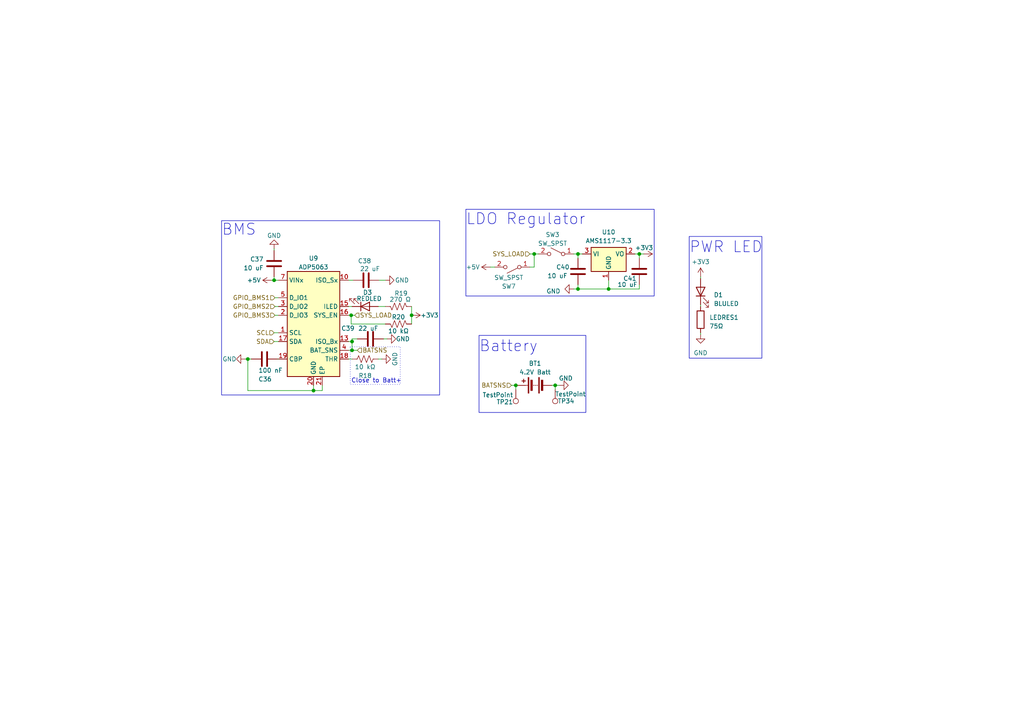
<source format=kicad_sch>
(kicad_sch
	(version 20231120)
	(generator "eeschema")
	(generator_version "8.0")
	(uuid "f5fa9298-060b-40ed-bf92-35183c602cf0")
	(paper "A4")
	(lib_symbols
		(symbol "Battery_Management:ADP5063"
			(exclude_from_sim no)
			(in_bom yes)
			(on_board yes)
			(property "Reference" "U"
				(at -6.35 -16.51 0)
				(effects
					(font
						(size 1.27 1.27)
					)
				)
			)
			(property "Value" "ADP5063"
				(at 2.54 16.51 0)
				(effects
					(font
						(size 1.27 1.27)
					)
				)
			)
			(property "Footprint" "Package_DFN_QFN:QFN-20-1EP_4x4mm_P0.5mm_EP2.5x2.5mm"
				(at 6.35 -22.86 0)
				(effects
					(font
						(size 1.27 1.27)
					)
					(hide yes)
				)
			)
			(property "Datasheet" "https://www.analog.com/media/en/technical-documentation/data-sheets/ADP5063.pdf"
				(at -55.88 36.83 0)
				(effects
					(font
						(size 1.27 1.27)
					)
					(hide yes)
				)
			)
			(property "Description" "Linear LiFePO4 Battery Charger with Power Path and USB Compatibility, LFCSP"
				(at 0 0 0)
				(effects
					(font
						(size 1.27 1.27)
					)
					(hide yes)
				)
			)
			(property "ki_keywords" "LiFePo4 Battery USB PMIC"
				(at 0 0 0)
				(effects
					(font
						(size 1.27 1.27)
					)
					(hide yes)
				)
			)
			(property "ki_fp_filters" "*QFN*1EP*4x4mm*P0.5mm*"
				(at 0 0 0)
				(effects
					(font
						(size 1.27 1.27)
					)
					(hide yes)
				)
			)
			(symbol "ADP5063_1_1"
				(rectangle
					(start -7.62 15.24)
					(end 7.62 -15.24)
					(stroke
						(width 0.254)
						(type default)
					)
					(fill
						(type background)
					)
				)
				(pin input line
					(at -10.16 -2.54 0)
					(length 2.54)
					(name "SCL"
						(effects
							(font
								(size 1.27 1.27)
							)
						)
					)
					(number "1"
						(effects
							(font
								(size 1.27 1.27)
							)
						)
					)
				)
				(pin power_out line
					(at 10.16 12.7 180)
					(length 2.54)
					(name "ISO_Sx"
						(effects
							(font
								(size 1.27 1.27)
							)
						)
					)
					(number "10"
						(effects
							(font
								(size 1.27 1.27)
							)
						)
					)
				)
				(pin passive line
					(at 10.16 12.7 180)
					(length 2.54) hide
					(name "ISO_Sx"
						(effects
							(font
								(size 1.27 1.27)
							)
						)
					)
					(number "11"
						(effects
							(font
								(size 1.27 1.27)
							)
						)
					)
				)
				(pin passive line
					(at 10.16 -5.08 180)
					(length 2.54) hide
					(name "ISO_Bx"
						(effects
							(font
								(size 1.27 1.27)
							)
						)
					)
					(number "12"
						(effects
							(font
								(size 1.27 1.27)
							)
						)
					)
				)
				(pin passive line
					(at 10.16 -5.08 180)
					(length 2.54)
					(name "ISO_Bx"
						(effects
							(font
								(size 1.27 1.27)
							)
						)
					)
					(number "13"
						(effects
							(font
								(size 1.27 1.27)
							)
						)
					)
				)
				(pin passive line
					(at 10.16 -5.08 180)
					(length 2.54) hide
					(name "ISO_Bx"
						(effects
							(font
								(size 1.27 1.27)
							)
						)
					)
					(number "14"
						(effects
							(font
								(size 1.27 1.27)
							)
						)
					)
				)
				(pin open_collector line
					(at 10.16 5.08 180)
					(length 2.54)
					(name "ILED"
						(effects
							(font
								(size 1.27 1.27)
							)
						)
					)
					(number "15"
						(effects
							(font
								(size 1.27 1.27)
							)
						)
					)
				)
				(pin open_collector line
					(at 10.16 2.54 180)
					(length 2.54)
					(name "SYS_EN"
						(effects
							(font
								(size 1.27 1.27)
							)
						)
					)
					(number "16"
						(effects
							(font
								(size 1.27 1.27)
							)
						)
					)
				)
				(pin bidirectional line
					(at -10.16 -5.08 0)
					(length 2.54)
					(name "SDA"
						(effects
							(font
								(size 1.27 1.27)
							)
						)
					)
					(number "17"
						(effects
							(font
								(size 1.27 1.27)
							)
						)
					)
				)
				(pin passive line
					(at 10.16 -10.16 180)
					(length 2.54)
					(name "THR"
						(effects
							(font
								(size 1.27 1.27)
							)
						)
					)
					(number "18"
						(effects
							(font
								(size 1.27 1.27)
							)
						)
					)
				)
				(pin passive line
					(at -10.16 -10.16 0)
					(length 2.54)
					(name "CBP"
						(effects
							(font
								(size 1.27 1.27)
							)
						)
					)
					(number "19"
						(effects
							(font
								(size 1.27 1.27)
							)
						)
					)
				)
				(pin bidirectional line
					(at -10.16 2.54 0)
					(length 2.54)
					(name "D_IO3"
						(effects
							(font
								(size 1.27 1.27)
							)
						)
					)
					(number "2"
						(effects
							(font
								(size 1.27 1.27)
							)
						)
					)
				)
				(pin power_in line
					(at 0 -17.78 90)
					(length 2.54)
					(name "GND"
						(effects
							(font
								(size 1.27 1.27)
							)
						)
					)
					(number "20"
						(effects
							(font
								(size 1.27 1.27)
							)
						)
					)
				)
				(pin passive line
					(at 2.54 -17.78 90)
					(length 2.54)
					(name "EP"
						(effects
							(font
								(size 1.27 1.27)
							)
						)
					)
					(number "21"
						(effects
							(font
								(size 1.27 1.27)
							)
						)
					)
				)
				(pin bidirectional line
					(at -10.16 5.08 0)
					(length 2.54)
					(name "D_IO2"
						(effects
							(font
								(size 1.27 1.27)
							)
						)
					)
					(number "3"
						(effects
							(font
								(size 1.27 1.27)
							)
						)
					)
				)
				(pin passive line
					(at 10.16 -7.62 180)
					(length 2.54)
					(name "BAT_SNS"
						(effects
							(font
								(size 1.27 1.27)
							)
						)
					)
					(number "4"
						(effects
							(font
								(size 1.27 1.27)
							)
						)
					)
				)
				(pin bidirectional line
					(at -10.16 7.62 0)
					(length 2.54)
					(name "D_IO1"
						(effects
							(font
								(size 1.27 1.27)
							)
						)
					)
					(number "5"
						(effects
							(font
								(size 1.27 1.27)
							)
						)
					)
				)
				(pin input line
					(at -10.16 12.7 0)
					(length 2.54) hide
					(name "VINx"
						(effects
							(font
								(size 1.27 1.27)
							)
						)
					)
					(number "6"
						(effects
							(font
								(size 1.27 1.27)
							)
						)
					)
				)
				(pin input line
					(at -10.16 12.7 0)
					(length 2.54)
					(name "VINx"
						(effects
							(font
								(size 1.27 1.27)
							)
						)
					)
					(number "7"
						(effects
							(font
								(size 1.27 1.27)
							)
						)
					)
				)
				(pin input line
					(at -10.16 12.7 0)
					(length 2.54) hide
					(name "VINx"
						(effects
							(font
								(size 1.27 1.27)
							)
						)
					)
					(number "8"
						(effects
							(font
								(size 1.27 1.27)
							)
						)
					)
				)
				(pin passive line
					(at 10.16 12.7 180)
					(length 2.54) hide
					(name "ISO_Sx"
						(effects
							(font
								(size 1.27 1.27)
							)
						)
					)
					(number "9"
						(effects
							(font
								(size 1.27 1.27)
							)
						)
					)
				)
			)
		)
		(symbol "Connector:TestPoint"
			(pin_numbers hide)
			(pin_names
				(offset 0.762) hide)
			(exclude_from_sim no)
			(in_bom yes)
			(on_board yes)
			(property "Reference" "TP"
				(at 0 6.858 0)
				(effects
					(font
						(size 1.27 1.27)
					)
				)
			)
			(property "Value" "TestPoint"
				(at 0 5.08 0)
				(effects
					(font
						(size 1.27 1.27)
					)
				)
			)
			(property "Footprint" ""
				(at 5.08 0 0)
				(effects
					(font
						(size 1.27 1.27)
					)
					(hide yes)
				)
			)
			(property "Datasheet" "~"
				(at 5.08 0 0)
				(effects
					(font
						(size 1.27 1.27)
					)
					(hide yes)
				)
			)
			(property "Description" "test point"
				(at 0 0 0)
				(effects
					(font
						(size 1.27 1.27)
					)
					(hide yes)
				)
			)
			(property "ki_keywords" "test point tp"
				(at 0 0 0)
				(effects
					(font
						(size 1.27 1.27)
					)
					(hide yes)
				)
			)
			(property "ki_fp_filters" "Pin* Test*"
				(at 0 0 0)
				(effects
					(font
						(size 1.27 1.27)
					)
					(hide yes)
				)
			)
			(symbol "TestPoint_0_1"
				(circle
					(center 0 3.302)
					(radius 0.762)
					(stroke
						(width 0)
						(type default)
					)
					(fill
						(type none)
					)
				)
			)
			(symbol "TestPoint_1_1"
				(pin passive line
					(at 0 0 90)
					(length 2.54)
					(name "1"
						(effects
							(font
								(size 1.27 1.27)
							)
						)
					)
					(number "1"
						(effects
							(font
								(size 1.27 1.27)
							)
						)
					)
				)
			)
		)
		(symbol "Device:Battery"
			(pin_numbers hide)
			(pin_names
				(offset 0) hide)
			(exclude_from_sim no)
			(in_bom yes)
			(on_board yes)
			(property "Reference" "BT"
				(at 2.54 2.54 0)
				(effects
					(font
						(size 1.27 1.27)
					)
					(justify left)
				)
			)
			(property "Value" "Battery"
				(at 2.54 0 0)
				(effects
					(font
						(size 1.27 1.27)
					)
					(justify left)
				)
			)
			(property "Footprint" ""
				(at 0 1.524 90)
				(effects
					(font
						(size 1.27 1.27)
					)
					(hide yes)
				)
			)
			(property "Datasheet" "~"
				(at 0 1.524 90)
				(effects
					(font
						(size 1.27 1.27)
					)
					(hide yes)
				)
			)
			(property "Description" "Multiple-cell battery"
				(at 0 0 0)
				(effects
					(font
						(size 1.27 1.27)
					)
					(hide yes)
				)
			)
			(property "ki_keywords" "batt voltage-source cell"
				(at 0 0 0)
				(effects
					(font
						(size 1.27 1.27)
					)
					(hide yes)
				)
			)
			(symbol "Battery_0_1"
				(rectangle
					(start -2.286 -1.27)
					(end 2.286 -1.524)
					(stroke
						(width 0)
						(type default)
					)
					(fill
						(type outline)
					)
				)
				(rectangle
					(start -2.286 1.778)
					(end 2.286 1.524)
					(stroke
						(width 0)
						(type default)
					)
					(fill
						(type outline)
					)
				)
				(rectangle
					(start -1.524 -2.032)
					(end 1.524 -2.54)
					(stroke
						(width 0)
						(type default)
					)
					(fill
						(type outline)
					)
				)
				(rectangle
					(start -1.524 1.016)
					(end 1.524 0.508)
					(stroke
						(width 0)
						(type default)
					)
					(fill
						(type outline)
					)
				)
				(polyline
					(pts
						(xy 0 -1.016) (xy 0 -0.762)
					)
					(stroke
						(width 0)
						(type default)
					)
					(fill
						(type none)
					)
				)
				(polyline
					(pts
						(xy 0 -0.508) (xy 0 -0.254)
					)
					(stroke
						(width 0)
						(type default)
					)
					(fill
						(type none)
					)
				)
				(polyline
					(pts
						(xy 0 0) (xy 0 0.254)
					)
					(stroke
						(width 0)
						(type default)
					)
					(fill
						(type none)
					)
				)
				(polyline
					(pts
						(xy 0 1.778) (xy 0 2.54)
					)
					(stroke
						(width 0)
						(type default)
					)
					(fill
						(type none)
					)
				)
				(polyline
					(pts
						(xy 0.762 3.048) (xy 1.778 3.048)
					)
					(stroke
						(width 0.254)
						(type default)
					)
					(fill
						(type none)
					)
				)
				(polyline
					(pts
						(xy 1.27 3.556) (xy 1.27 2.54)
					)
					(stroke
						(width 0.254)
						(type default)
					)
					(fill
						(type none)
					)
				)
			)
			(symbol "Battery_1_1"
				(pin passive line
					(at 0 5.08 270)
					(length 2.54)
					(name "+"
						(effects
							(font
								(size 1.27 1.27)
							)
						)
					)
					(number "1"
						(effects
							(font
								(size 1.27 1.27)
							)
						)
					)
				)
				(pin passive line
					(at 0 -5.08 90)
					(length 2.54)
					(name "-"
						(effects
							(font
								(size 1.27 1.27)
							)
						)
					)
					(number "2"
						(effects
							(font
								(size 1.27 1.27)
							)
						)
					)
				)
			)
		)
		(symbol "Device:C"
			(pin_numbers hide)
			(pin_names
				(offset 0.254)
			)
			(exclude_from_sim no)
			(in_bom yes)
			(on_board yes)
			(property "Reference" "C"
				(at 0.635 2.54 0)
				(effects
					(font
						(size 1.27 1.27)
					)
					(justify left)
				)
			)
			(property "Value" "C"
				(at 0.635 -2.54 0)
				(effects
					(font
						(size 1.27 1.27)
					)
					(justify left)
				)
			)
			(property "Footprint" ""
				(at 0.9652 -3.81 0)
				(effects
					(font
						(size 1.27 1.27)
					)
					(hide yes)
				)
			)
			(property "Datasheet" "~"
				(at 0 0 0)
				(effects
					(font
						(size 1.27 1.27)
					)
					(hide yes)
				)
			)
			(property "Description" "Unpolarized capacitor"
				(at 0 0 0)
				(effects
					(font
						(size 1.27 1.27)
					)
					(hide yes)
				)
			)
			(property "ki_keywords" "cap capacitor"
				(at 0 0 0)
				(effects
					(font
						(size 1.27 1.27)
					)
					(hide yes)
				)
			)
			(property "ki_fp_filters" "C_*"
				(at 0 0 0)
				(effects
					(font
						(size 1.27 1.27)
					)
					(hide yes)
				)
			)
			(symbol "C_0_1"
				(polyline
					(pts
						(xy -2.032 -0.762) (xy 2.032 -0.762)
					)
					(stroke
						(width 0.508)
						(type default)
					)
					(fill
						(type none)
					)
				)
				(polyline
					(pts
						(xy -2.032 0.762) (xy 2.032 0.762)
					)
					(stroke
						(width 0.508)
						(type default)
					)
					(fill
						(type none)
					)
				)
			)
			(symbol "C_1_1"
				(pin passive line
					(at 0 3.81 270)
					(length 2.794)
					(name "~"
						(effects
							(font
								(size 1.27 1.27)
							)
						)
					)
					(number "1"
						(effects
							(font
								(size 1.27 1.27)
							)
						)
					)
				)
				(pin passive line
					(at 0 -3.81 90)
					(length 2.794)
					(name "~"
						(effects
							(font
								(size 1.27 1.27)
							)
						)
					)
					(number "2"
						(effects
							(font
								(size 1.27 1.27)
							)
						)
					)
				)
			)
		)
		(symbol "Device:LED"
			(pin_numbers hide)
			(pin_names
				(offset 1.016) hide)
			(exclude_from_sim no)
			(in_bom yes)
			(on_board yes)
			(property "Reference" "D"
				(at 0 2.54 0)
				(effects
					(font
						(size 1.27 1.27)
					)
				)
			)
			(property "Value" "LED"
				(at 0 -2.54 0)
				(effects
					(font
						(size 1.27 1.27)
					)
				)
			)
			(property "Footprint" ""
				(at 0 0 0)
				(effects
					(font
						(size 1.27 1.27)
					)
					(hide yes)
				)
			)
			(property "Datasheet" "~"
				(at 0 0 0)
				(effects
					(font
						(size 1.27 1.27)
					)
					(hide yes)
				)
			)
			(property "Description" "Light emitting diode"
				(at 0 0 0)
				(effects
					(font
						(size 1.27 1.27)
					)
					(hide yes)
				)
			)
			(property "ki_keywords" "LED diode"
				(at 0 0 0)
				(effects
					(font
						(size 1.27 1.27)
					)
					(hide yes)
				)
			)
			(property "ki_fp_filters" "LED* LED_SMD:* LED_THT:*"
				(at 0 0 0)
				(effects
					(font
						(size 1.27 1.27)
					)
					(hide yes)
				)
			)
			(symbol "LED_0_1"
				(polyline
					(pts
						(xy -1.27 -1.27) (xy -1.27 1.27)
					)
					(stroke
						(width 0.254)
						(type default)
					)
					(fill
						(type none)
					)
				)
				(polyline
					(pts
						(xy -1.27 0) (xy 1.27 0)
					)
					(stroke
						(width 0)
						(type default)
					)
					(fill
						(type none)
					)
				)
				(polyline
					(pts
						(xy 1.27 -1.27) (xy 1.27 1.27) (xy -1.27 0) (xy 1.27 -1.27)
					)
					(stroke
						(width 0.254)
						(type default)
					)
					(fill
						(type none)
					)
				)
				(polyline
					(pts
						(xy -3.048 -0.762) (xy -4.572 -2.286) (xy -3.81 -2.286) (xy -4.572 -2.286) (xy -4.572 -1.524)
					)
					(stroke
						(width 0)
						(type default)
					)
					(fill
						(type none)
					)
				)
				(polyline
					(pts
						(xy -1.778 -0.762) (xy -3.302 -2.286) (xy -2.54 -2.286) (xy -3.302 -2.286) (xy -3.302 -1.524)
					)
					(stroke
						(width 0)
						(type default)
					)
					(fill
						(type none)
					)
				)
			)
			(symbol "LED_1_1"
				(pin passive line
					(at -3.81 0 0)
					(length 2.54)
					(name "K"
						(effects
							(font
								(size 1.27 1.27)
							)
						)
					)
					(number "1"
						(effects
							(font
								(size 1.27 1.27)
							)
						)
					)
				)
				(pin passive line
					(at 3.81 0 180)
					(length 2.54)
					(name "A"
						(effects
							(font
								(size 1.27 1.27)
							)
						)
					)
					(number "2"
						(effects
							(font
								(size 1.27 1.27)
							)
						)
					)
				)
			)
		)
		(symbol "Device:R"
			(pin_numbers hide)
			(pin_names
				(offset 0)
			)
			(exclude_from_sim no)
			(in_bom yes)
			(on_board yes)
			(property "Reference" "R"
				(at 2.032 0 90)
				(effects
					(font
						(size 1.27 1.27)
					)
				)
			)
			(property "Value" "R"
				(at 0 0 90)
				(effects
					(font
						(size 1.27 1.27)
					)
				)
			)
			(property "Footprint" ""
				(at -1.778 0 90)
				(effects
					(font
						(size 1.27 1.27)
					)
					(hide yes)
				)
			)
			(property "Datasheet" "~"
				(at 0 0 0)
				(effects
					(font
						(size 1.27 1.27)
					)
					(hide yes)
				)
			)
			(property "Description" "Resistor"
				(at 0 0 0)
				(effects
					(font
						(size 1.27 1.27)
					)
					(hide yes)
				)
			)
			(property "ki_keywords" "R res resistor"
				(at 0 0 0)
				(effects
					(font
						(size 1.27 1.27)
					)
					(hide yes)
				)
			)
			(property "ki_fp_filters" "R_*"
				(at 0 0 0)
				(effects
					(font
						(size 1.27 1.27)
					)
					(hide yes)
				)
			)
			(symbol "R_0_1"
				(rectangle
					(start -1.016 -2.54)
					(end 1.016 2.54)
					(stroke
						(width 0.254)
						(type default)
					)
					(fill
						(type none)
					)
				)
			)
			(symbol "R_1_1"
				(pin passive line
					(at 0 3.81 270)
					(length 1.27)
					(name "~"
						(effects
							(font
								(size 1.27 1.27)
							)
						)
					)
					(number "1"
						(effects
							(font
								(size 1.27 1.27)
							)
						)
					)
				)
				(pin passive line
					(at 0 -3.81 90)
					(length 1.27)
					(name "~"
						(effects
							(font
								(size 1.27 1.27)
							)
						)
					)
					(number "2"
						(effects
							(font
								(size 1.27 1.27)
							)
						)
					)
				)
			)
		)
		(symbol "Device:R_US"
			(pin_numbers hide)
			(pin_names
				(offset 0)
			)
			(exclude_from_sim no)
			(in_bom yes)
			(on_board yes)
			(property "Reference" "R"
				(at 2.54 0 90)
				(effects
					(font
						(size 1.27 1.27)
					)
				)
			)
			(property "Value" "R_US"
				(at -2.54 0 90)
				(effects
					(font
						(size 1.27 1.27)
					)
				)
			)
			(property "Footprint" ""
				(at 1.016 -0.254 90)
				(effects
					(font
						(size 1.27 1.27)
					)
					(hide yes)
				)
			)
			(property "Datasheet" "~"
				(at 0 0 0)
				(effects
					(font
						(size 1.27 1.27)
					)
					(hide yes)
				)
			)
			(property "Description" "Resistor, US symbol"
				(at 0 0 0)
				(effects
					(font
						(size 1.27 1.27)
					)
					(hide yes)
				)
			)
			(property "ki_keywords" "R res resistor"
				(at 0 0 0)
				(effects
					(font
						(size 1.27 1.27)
					)
					(hide yes)
				)
			)
			(property "ki_fp_filters" "R_*"
				(at 0 0 0)
				(effects
					(font
						(size 1.27 1.27)
					)
					(hide yes)
				)
			)
			(symbol "R_US_0_1"
				(polyline
					(pts
						(xy 0 -2.286) (xy 0 -2.54)
					)
					(stroke
						(width 0)
						(type default)
					)
					(fill
						(type none)
					)
				)
				(polyline
					(pts
						(xy 0 2.286) (xy 0 2.54)
					)
					(stroke
						(width 0)
						(type default)
					)
					(fill
						(type none)
					)
				)
				(polyline
					(pts
						(xy 0 -0.762) (xy 1.016 -1.143) (xy 0 -1.524) (xy -1.016 -1.905) (xy 0 -2.286)
					)
					(stroke
						(width 0)
						(type default)
					)
					(fill
						(type none)
					)
				)
				(polyline
					(pts
						(xy 0 0.762) (xy 1.016 0.381) (xy 0 0) (xy -1.016 -0.381) (xy 0 -0.762)
					)
					(stroke
						(width 0)
						(type default)
					)
					(fill
						(type none)
					)
				)
				(polyline
					(pts
						(xy 0 2.286) (xy 1.016 1.905) (xy 0 1.524) (xy -1.016 1.143) (xy 0 0.762)
					)
					(stroke
						(width 0)
						(type default)
					)
					(fill
						(type none)
					)
				)
			)
			(symbol "R_US_1_1"
				(pin passive line
					(at 0 3.81 270)
					(length 1.27)
					(name "~"
						(effects
							(font
								(size 1.27 1.27)
							)
						)
					)
					(number "1"
						(effects
							(font
								(size 1.27 1.27)
							)
						)
					)
				)
				(pin passive line
					(at 0 -3.81 90)
					(length 1.27)
					(name "~"
						(effects
							(font
								(size 1.27 1.27)
							)
						)
					)
					(number "2"
						(effects
							(font
								(size 1.27 1.27)
							)
						)
					)
				)
			)
		)
		(symbol "Regulator_Linear:AMS1117-3.3"
			(exclude_from_sim no)
			(in_bom yes)
			(on_board yes)
			(property "Reference" "U"
				(at -3.81 3.175 0)
				(effects
					(font
						(size 1.27 1.27)
					)
				)
			)
			(property "Value" "AMS1117-3.3"
				(at 0 3.175 0)
				(effects
					(font
						(size 1.27 1.27)
					)
					(justify left)
				)
			)
			(property "Footprint" "Package_TO_SOT_SMD:SOT-223-3_TabPin2"
				(at 0 5.08 0)
				(effects
					(font
						(size 1.27 1.27)
					)
					(hide yes)
				)
			)
			(property "Datasheet" "http://www.advanced-monolithic.com/pdf/ds1117.pdf"
				(at 2.54 -6.35 0)
				(effects
					(font
						(size 1.27 1.27)
					)
					(hide yes)
				)
			)
			(property "Description" "1A Low Dropout regulator, positive, 3.3V fixed output, SOT-223"
				(at 0 0 0)
				(effects
					(font
						(size 1.27 1.27)
					)
					(hide yes)
				)
			)
			(property "ki_keywords" "linear regulator ldo fixed positive"
				(at 0 0 0)
				(effects
					(font
						(size 1.27 1.27)
					)
					(hide yes)
				)
			)
			(property "ki_fp_filters" "SOT?223*TabPin2*"
				(at 0 0 0)
				(effects
					(font
						(size 1.27 1.27)
					)
					(hide yes)
				)
			)
			(symbol "AMS1117-3.3_0_1"
				(rectangle
					(start -5.08 -5.08)
					(end 5.08 1.905)
					(stroke
						(width 0.254)
						(type default)
					)
					(fill
						(type background)
					)
				)
			)
			(symbol "AMS1117-3.3_1_1"
				(pin power_in line
					(at 0 -7.62 90)
					(length 2.54)
					(name "GND"
						(effects
							(font
								(size 1.27 1.27)
							)
						)
					)
					(number "1"
						(effects
							(font
								(size 1.27 1.27)
							)
						)
					)
				)
				(pin power_out line
					(at 7.62 0 180)
					(length 2.54)
					(name "VO"
						(effects
							(font
								(size 1.27 1.27)
							)
						)
					)
					(number "2"
						(effects
							(font
								(size 1.27 1.27)
							)
						)
					)
				)
				(pin power_in line
					(at -7.62 0 0)
					(length 2.54)
					(name "VI"
						(effects
							(font
								(size 1.27 1.27)
							)
						)
					)
					(number "3"
						(effects
							(font
								(size 1.27 1.27)
							)
						)
					)
				)
			)
		)
		(symbol "Switch:SW_SPST"
			(pin_names
				(offset 0) hide)
			(exclude_from_sim no)
			(in_bom yes)
			(on_board yes)
			(property "Reference" "SW"
				(at 0 3.175 0)
				(effects
					(font
						(size 1.27 1.27)
					)
				)
			)
			(property "Value" "SW_SPST"
				(at 0 -2.54 0)
				(effects
					(font
						(size 1.27 1.27)
					)
				)
			)
			(property "Footprint" ""
				(at 0 0 0)
				(effects
					(font
						(size 1.27 1.27)
					)
					(hide yes)
				)
			)
			(property "Datasheet" "~"
				(at 0 0 0)
				(effects
					(font
						(size 1.27 1.27)
					)
					(hide yes)
				)
			)
			(property "Description" "Single Pole Single Throw (SPST) switch"
				(at 0 0 0)
				(effects
					(font
						(size 1.27 1.27)
					)
					(hide yes)
				)
			)
			(property "ki_keywords" "switch lever"
				(at 0 0 0)
				(effects
					(font
						(size 1.27 1.27)
					)
					(hide yes)
				)
			)
			(symbol "SW_SPST_0_0"
				(circle
					(center -2.032 0)
					(radius 0.508)
					(stroke
						(width 0)
						(type default)
					)
					(fill
						(type none)
					)
				)
				(polyline
					(pts
						(xy -1.524 0.254) (xy 1.524 1.778)
					)
					(stroke
						(width 0)
						(type default)
					)
					(fill
						(type none)
					)
				)
				(circle
					(center 2.032 0)
					(radius 0.508)
					(stroke
						(width 0)
						(type default)
					)
					(fill
						(type none)
					)
				)
			)
			(symbol "SW_SPST_1_1"
				(pin passive line
					(at -5.08 0 0)
					(length 2.54)
					(name "A"
						(effects
							(font
								(size 1.27 1.27)
							)
						)
					)
					(number "1"
						(effects
							(font
								(size 1.27 1.27)
							)
						)
					)
				)
				(pin passive line
					(at 5.08 0 180)
					(length 2.54)
					(name "B"
						(effects
							(font
								(size 1.27 1.27)
							)
						)
					)
					(number "2"
						(effects
							(font
								(size 1.27 1.27)
							)
						)
					)
				)
			)
		)
		(symbol "power:+3V3"
			(power)
			(pin_names
				(offset 0)
			)
			(exclude_from_sim no)
			(in_bom yes)
			(on_board yes)
			(property "Reference" "#PWR"
				(at 0 -3.81 0)
				(effects
					(font
						(size 1.27 1.27)
					)
					(hide yes)
				)
			)
			(property "Value" "+3V3"
				(at 0 3.556 0)
				(effects
					(font
						(size 1.27 1.27)
					)
				)
			)
			(property "Footprint" ""
				(at 0 0 0)
				(effects
					(font
						(size 1.27 1.27)
					)
					(hide yes)
				)
			)
			(property "Datasheet" ""
				(at 0 0 0)
				(effects
					(font
						(size 1.27 1.27)
					)
					(hide yes)
				)
			)
			(property "Description" "Power symbol creates a global label with name \"+3V3\""
				(at 0 0 0)
				(effects
					(font
						(size 1.27 1.27)
					)
					(hide yes)
				)
			)
			(property "ki_keywords" "global power"
				(at 0 0 0)
				(effects
					(font
						(size 1.27 1.27)
					)
					(hide yes)
				)
			)
			(symbol "+3V3_0_1"
				(polyline
					(pts
						(xy -0.762 1.27) (xy 0 2.54)
					)
					(stroke
						(width 0)
						(type default)
					)
					(fill
						(type none)
					)
				)
				(polyline
					(pts
						(xy 0 0) (xy 0 2.54)
					)
					(stroke
						(width 0)
						(type default)
					)
					(fill
						(type none)
					)
				)
				(polyline
					(pts
						(xy 0 2.54) (xy 0.762 1.27)
					)
					(stroke
						(width 0)
						(type default)
					)
					(fill
						(type none)
					)
				)
			)
			(symbol "+3V3_1_1"
				(pin power_in line
					(at 0 0 90)
					(length 0) hide
					(name "+3V3"
						(effects
							(font
								(size 1.27 1.27)
							)
						)
					)
					(number "1"
						(effects
							(font
								(size 1.27 1.27)
							)
						)
					)
				)
			)
		)
		(symbol "power:+5V"
			(power)
			(pin_names
				(offset 0)
			)
			(exclude_from_sim no)
			(in_bom yes)
			(on_board yes)
			(property "Reference" "#PWR"
				(at 0 -3.81 0)
				(effects
					(font
						(size 1.27 1.27)
					)
					(hide yes)
				)
			)
			(property "Value" "+5V"
				(at 0 3.556 0)
				(effects
					(font
						(size 1.27 1.27)
					)
				)
			)
			(property "Footprint" ""
				(at 0 0 0)
				(effects
					(font
						(size 1.27 1.27)
					)
					(hide yes)
				)
			)
			(property "Datasheet" ""
				(at 0 0 0)
				(effects
					(font
						(size 1.27 1.27)
					)
					(hide yes)
				)
			)
			(property "Description" "Power symbol creates a global label with name \"+5V\""
				(at 0 0 0)
				(effects
					(font
						(size 1.27 1.27)
					)
					(hide yes)
				)
			)
			(property "ki_keywords" "global power"
				(at 0 0 0)
				(effects
					(font
						(size 1.27 1.27)
					)
					(hide yes)
				)
			)
			(symbol "+5V_0_1"
				(polyline
					(pts
						(xy -0.762 1.27) (xy 0 2.54)
					)
					(stroke
						(width 0)
						(type default)
					)
					(fill
						(type none)
					)
				)
				(polyline
					(pts
						(xy 0 0) (xy 0 2.54)
					)
					(stroke
						(width 0)
						(type default)
					)
					(fill
						(type none)
					)
				)
				(polyline
					(pts
						(xy 0 2.54) (xy 0.762 1.27)
					)
					(stroke
						(width 0)
						(type default)
					)
					(fill
						(type none)
					)
				)
			)
			(symbol "+5V_1_1"
				(pin power_in line
					(at 0 0 90)
					(length 0) hide
					(name "+5V"
						(effects
							(font
								(size 1.27 1.27)
							)
						)
					)
					(number "1"
						(effects
							(font
								(size 1.27 1.27)
							)
						)
					)
				)
			)
		)
		(symbol "power:GND"
			(power)
			(pin_names
				(offset 0)
			)
			(exclude_from_sim no)
			(in_bom yes)
			(on_board yes)
			(property "Reference" "#PWR"
				(at 0 -6.35 0)
				(effects
					(font
						(size 1.27 1.27)
					)
					(hide yes)
				)
			)
			(property "Value" "GND"
				(at 0 -3.81 0)
				(effects
					(font
						(size 1.27 1.27)
					)
				)
			)
			(property "Footprint" ""
				(at 0 0 0)
				(effects
					(font
						(size 1.27 1.27)
					)
					(hide yes)
				)
			)
			(property "Datasheet" ""
				(at 0 0 0)
				(effects
					(font
						(size 1.27 1.27)
					)
					(hide yes)
				)
			)
			(property "Description" "Power symbol creates a global label with name \"GND\" , ground"
				(at 0 0 0)
				(effects
					(font
						(size 1.27 1.27)
					)
					(hide yes)
				)
			)
			(property "ki_keywords" "global power"
				(at 0 0 0)
				(effects
					(font
						(size 1.27 1.27)
					)
					(hide yes)
				)
			)
			(symbol "GND_0_1"
				(polyline
					(pts
						(xy 0 0) (xy 0 -1.27) (xy 1.27 -1.27) (xy 0 -2.54) (xy -1.27 -1.27) (xy 0 -1.27)
					)
					(stroke
						(width 0)
						(type default)
					)
					(fill
						(type none)
					)
				)
			)
			(symbol "GND_1_1"
				(pin power_in line
					(at 0 0 270)
					(length 0) hide
					(name "GND"
						(effects
							(font
								(size 1.27 1.27)
							)
						)
					)
					(number "1"
						(effects
							(font
								(size 1.27 1.27)
							)
						)
					)
				)
			)
		)
	)
	(junction
		(at 79.502 81.28)
		(diameter 0)
		(color 0 0 0 0)
		(uuid "18ca2ce1-9f85-48ab-a791-5388df0d9a70")
	)
	(junction
		(at 101.854 91.44)
		(diameter 0)
		(color 0 0 0 0)
		(uuid "4002aa38-cf8d-4b60-aaa4-4596ee29e622")
	)
	(junction
		(at 90.932 113.284)
		(diameter 0)
		(color 0 0 0 0)
		(uuid "4bff63d0-07b9-41fa-a7ce-fd6aee3f1e9a")
	)
	(junction
		(at 154.94 73.66)
		(diameter 0)
		(color 0 0 0 0)
		(uuid "5d3589a9-aafd-4bff-ace0-dc6606916539")
	)
	(junction
		(at 161.036 111.76)
		(diameter 0)
		(color 0 0 0 0)
		(uuid "77b0a2f3-af39-41c4-84d8-ca891adf8732")
	)
	(junction
		(at 102.108 99.06)
		(diameter 0)
		(color 0 0 0 0)
		(uuid "7d3203a6-0ffc-41ca-9ead-38e259226d58")
	)
	(junction
		(at 167.64 73.66)
		(diameter 0)
		(color 0 0 0 0)
		(uuid "8f3745e9-8071-428e-b175-f716b2334a3e")
	)
	(junction
		(at 119.38 91.44)
		(diameter 0)
		(color 0 0 0 0)
		(uuid "94394e2c-8bcd-4686-af24-e50ef8028aea")
	)
	(junction
		(at 167.64 83.82)
		(diameter 0)
		(color 0 0 0 0)
		(uuid "a42d31a7-3e8e-4719-84be-603d9a742c71")
	)
	(junction
		(at 102.108 101.6)
		(diameter 0)
		(color 0 0 0 0)
		(uuid "c5c06e87-f6f6-4a7c-9ff9-b03df26abbe7")
	)
	(junction
		(at 71.882 104.14)
		(diameter 0)
		(color 0 0 0 0)
		(uuid "e51d4100-6da7-4a85-8496-bd0abe8b0a4d")
	)
	(junction
		(at 176.53 83.82)
		(diameter 0)
		(color 0 0 0 0)
		(uuid "ea6ff35e-1c30-4961-9099-eeb0f18ee8b8")
	)
	(junction
		(at 149.606 111.76)
		(diameter 0)
		(color 0 0 0 0)
		(uuid "ed317830-841c-47b3-801e-ace1f87a4ef7")
	)
	(junction
		(at 185.42 73.66)
		(diameter 0)
		(color 0 0 0 0)
		(uuid "f4c28ee4-60a0-4f8d-9ff5-60871f60a641")
	)
	(wire
		(pts
			(xy 161.036 111.76) (xy 160.02 111.76)
		)
		(stroke
			(width 0)
			(type default)
		)
		(uuid "125f5995-4fff-41d9-af8e-ada962ad5e7e")
	)
	(wire
		(pts
			(xy 79.502 72.136) (xy 79.502 72.644)
		)
		(stroke
			(width 0)
			(type default)
		)
		(uuid "12c2cd09-50e8-438f-b7e0-82b049a592ac")
	)
	(wire
		(pts
			(xy 203.2 96.52) (xy 203.2 97.028)
		)
		(stroke
			(width 0)
			(type default)
		)
		(uuid "13547eb8-ed76-4831-b867-8fe4c57fdae2")
	)
	(wire
		(pts
			(xy 79.502 80.264) (xy 79.502 81.28)
		)
		(stroke
			(width 0)
			(type default)
		)
		(uuid "138a4ebc-f022-4634-bb19-e60bb66ab5e8")
	)
	(wire
		(pts
			(xy 93.472 113.284) (xy 93.472 111.76)
		)
		(stroke
			(width 0)
			(type default)
		)
		(uuid "150aedaa-82c7-452b-9a95-ae41533f5ff2")
	)
	(wire
		(pts
			(xy 79.756 91.44) (xy 80.772 91.44)
		)
		(stroke
			(width 0)
			(type default)
		)
		(uuid "2127f40d-4a6a-4763-8972-cf603d425baf")
	)
	(wire
		(pts
			(xy 79.756 88.9) (xy 80.772 88.9)
		)
		(stroke
			(width 0)
			(type default)
		)
		(uuid "24ef132f-3981-428c-8784-1994dda78cdb")
	)
	(wire
		(pts
			(xy 78.74 81.28) (xy 79.502 81.28)
		)
		(stroke
			(width 0)
			(type default)
		)
		(uuid "2588a68a-5a84-4a29-bab7-e8f98ac43004")
	)
	(wire
		(pts
			(xy 185.42 73.66) (xy 186.69 73.66)
		)
		(stroke
			(width 0)
			(type default)
		)
		(uuid "2d49fbb2-691c-4ceb-b57c-f1b5049dfeb3")
	)
	(wire
		(pts
			(xy 143.51 77.47) (xy 142.24 77.47)
		)
		(stroke
			(width 0)
			(type default)
		)
		(uuid "300eb5d3-2b31-4f85-a15d-90555cf12ffc")
	)
	(wire
		(pts
			(xy 111.252 98.298) (xy 112.268 98.298)
		)
		(stroke
			(width 0)
			(type default)
		)
		(uuid "305d6e5f-98c9-4b2a-9e8a-4272c7e7bfb0")
	)
	(wire
		(pts
			(xy 101.092 101.6) (xy 102.108 101.6)
		)
		(stroke
			(width 0)
			(type default)
		)
		(uuid "35dbc270-9c68-4f00-93b9-36578e11b5f9")
	)
	(wire
		(pts
			(xy 79.502 99.06) (xy 80.772 99.06)
		)
		(stroke
			(width 0)
			(type default)
		)
		(uuid "39c0c67d-9da8-4cdd-a001-f9ea7c8955b2")
	)
	(wire
		(pts
			(xy 111.76 81.28) (xy 109.982 81.28)
		)
		(stroke
			(width 0)
			(type default)
		)
		(uuid "3e93cf93-b53d-4871-b43d-22a29e3ada82")
	)
	(wire
		(pts
			(xy 185.42 73.66) (xy 185.42 74.93)
		)
		(stroke
			(width 0)
			(type default)
		)
		(uuid "3f71ea80-3530-49a5-9203-02aa0b52952c")
	)
	(wire
		(pts
			(xy 161.036 111.76) (xy 161.036 113.03)
		)
		(stroke
			(width 0)
			(type default)
		)
		(uuid "453a6e9c-957f-4de7-8c14-c3e60564cee4")
	)
	(wire
		(pts
			(xy 176.53 83.82) (xy 167.64 83.82)
		)
		(stroke
			(width 0)
			(type default)
		)
		(uuid "47e4d767-d9d3-4f9a-91f2-319a5e36a884")
	)
	(wire
		(pts
			(xy 101.092 88.9) (xy 102.108 88.9)
		)
		(stroke
			(width 0)
			(type default)
		)
		(uuid "4a33984d-5ead-409d-9dc4-5c9a26c5c73c")
	)
	(wire
		(pts
			(xy 101.854 91.44) (xy 102.87 91.44)
		)
		(stroke
			(width 0)
			(type default)
		)
		(uuid "4be2464e-85a3-4f60-9e80-a1cf8edb83a9")
	)
	(wire
		(pts
			(xy 148.336 111.76) (xy 149.606 111.76)
		)
		(stroke
			(width 0)
			(type default)
		)
		(uuid "4d18ee12-4c63-4845-9a92-949c33645c8c")
	)
	(wire
		(pts
			(xy 109.728 104.14) (xy 110.744 104.14)
		)
		(stroke
			(width 0)
			(type default)
		)
		(uuid "534385e5-b65a-4786-9f72-40fcf658c6ed")
	)
	(wire
		(pts
			(xy 71.12 104.14) (xy 71.882 104.14)
		)
		(stroke
			(width 0)
			(type default)
		)
		(uuid "53af6316-d281-43a4-b5c7-c0eec268a7e0")
	)
	(wire
		(pts
			(xy 185.42 82.55) (xy 185.42 83.82)
		)
		(stroke
			(width 0)
			(type default)
		)
		(uuid "53c55845-8a86-4b8f-83d9-6323435da83d")
	)
	(wire
		(pts
			(xy 79.756 86.36) (xy 80.772 86.36)
		)
		(stroke
			(width 0)
			(type default)
		)
		(uuid "53fc5de2-3fff-418b-a5f1-ff54d37489a5")
	)
	(wire
		(pts
			(xy 153.67 73.66) (xy 154.94 73.66)
		)
		(stroke
			(width 0)
			(type default)
		)
		(uuid "5f018cca-6c45-466a-b511-97bc74181eeb")
	)
	(wire
		(pts
			(xy 149.606 111.76) (xy 149.606 113.03)
		)
		(stroke
			(width 0)
			(type default)
		)
		(uuid "6033c43f-0847-41d3-94b2-4968f0b73eaa")
	)
	(wire
		(pts
			(xy 111.76 93.98) (xy 101.854 93.98)
		)
		(stroke
			(width 0)
			(type default)
		)
		(uuid "606df654-435a-4f52-81ec-8d0f5f2e5813")
	)
	(wire
		(pts
			(xy 79.502 96.52) (xy 80.772 96.52)
		)
		(stroke
			(width 0)
			(type default)
		)
		(uuid "6b4f3e3a-e8cb-4ffd-bde4-bcc7db85d4a4")
	)
	(wire
		(pts
			(xy 176.53 81.28) (xy 176.53 83.82)
		)
		(stroke
			(width 0)
			(type default)
		)
		(uuid "700ecb09-aad4-4c5e-9202-45b66a68ddc4")
	)
	(wire
		(pts
			(xy 119.38 88.9) (xy 119.38 91.44)
		)
		(stroke
			(width 0)
			(type default)
		)
		(uuid "7106e4c5-10aa-48a5-a284-6fd98f9e6287")
	)
	(wire
		(pts
			(xy 102.108 98.298) (xy 103.632 98.298)
		)
		(stroke
			(width 0)
			(type default)
		)
		(uuid "74dfe674-a6e3-42bf-a21b-9cf66fda61a4")
	)
	(wire
		(pts
			(xy 149.86 111.76) (xy 149.606 111.76)
		)
		(stroke
			(width 0)
			(type default)
		)
		(uuid "8243efe4-e280-45d3-aa6c-9668acd49f73")
	)
	(wire
		(pts
			(xy 102.108 101.6) (xy 103.632 101.6)
		)
		(stroke
			(width 0)
			(type default)
		)
		(uuid "87bf04ea-ac99-42dc-a6f0-0322e08f8e43")
	)
	(wire
		(pts
			(xy 161.036 111.76) (xy 162.306 111.76)
		)
		(stroke
			(width 0)
			(type default)
		)
		(uuid "882e5589-4d36-4e39-b007-9b6862b378f7")
	)
	(wire
		(pts
			(xy 101.092 99.06) (xy 102.108 99.06)
		)
		(stroke
			(width 0)
			(type default)
		)
		(uuid "8b029b99-8b02-428d-8485-333f6c8a1a50")
	)
	(wire
		(pts
			(xy 203.2 80.264) (xy 203.2 80.772)
		)
		(stroke
			(width 0)
			(type default)
		)
		(uuid "9689d8ee-fc84-49c4-827f-5ea37c4c7ba1")
	)
	(wire
		(pts
			(xy 119.38 91.44) (xy 119.38 93.98)
		)
		(stroke
			(width 0)
			(type default)
		)
		(uuid "96919fc4-8a1f-4c85-8c67-0d04a4bd330f")
	)
	(wire
		(pts
			(xy 71.882 104.14) (xy 72.898 104.14)
		)
		(stroke
			(width 0)
			(type default)
		)
		(uuid "9a4bcac1-1a6b-49a0-b182-acd77976b60e")
	)
	(wire
		(pts
			(xy 90.932 113.284) (xy 93.472 113.284)
		)
		(stroke
			(width 0)
			(type default)
		)
		(uuid "9ac77770-45d1-44b9-ac4b-66ee3887d8c3")
	)
	(wire
		(pts
			(xy 154.94 77.47) (xy 154.94 73.66)
		)
		(stroke
			(width 0)
			(type default)
		)
		(uuid "9c04ca6b-5732-4f2e-8803-40fdf6fb0535")
	)
	(wire
		(pts
			(xy 154.94 77.47) (xy 153.67 77.47)
		)
		(stroke
			(width 0)
			(type default)
		)
		(uuid "a2b41d64-4238-4126-9354-0f8b047677e2")
	)
	(wire
		(pts
			(xy 166.37 73.66) (xy 167.64 73.66)
		)
		(stroke
			(width 0)
			(type default)
		)
		(uuid "a4f96099-f1de-46f2-816f-75c3a2cb59a5")
	)
	(wire
		(pts
			(xy 80.518 104.14) (xy 80.772 104.14)
		)
		(stroke
			(width 0)
			(type default)
		)
		(uuid "a823c676-fdae-4330-a50e-67104e68ea87")
	)
	(wire
		(pts
			(xy 167.64 83.82) (xy 167.64 82.55)
		)
		(stroke
			(width 0)
			(type default)
		)
		(uuid "b6e978ac-f319-4414-b48e-5ee7b9954879")
	)
	(wire
		(pts
			(xy 101.092 104.14) (xy 102.108 104.14)
		)
		(stroke
			(width 0)
			(type default)
		)
		(uuid "c2435f22-460e-4a95-9c3d-adadece5bcb9")
	)
	(wire
		(pts
			(xy 203.2 88.392) (xy 203.2 88.9)
		)
		(stroke
			(width 0)
			(type default)
		)
		(uuid "c4d8ca7c-275b-4707-b56e-b1e63162ea09")
	)
	(wire
		(pts
			(xy 156.21 73.66) (xy 154.94 73.66)
		)
		(stroke
			(width 0)
			(type default)
		)
		(uuid "c9f5c604-8029-491b-8856-39bdaf6446b6")
	)
	(wire
		(pts
			(xy 167.64 73.66) (xy 168.91 73.66)
		)
		(stroke
			(width 0)
			(type default)
		)
		(uuid "ca886692-7783-4b84-894f-c338dbfd309d")
	)
	(wire
		(pts
			(xy 185.42 83.82) (xy 176.53 83.82)
		)
		(stroke
			(width 0)
			(type default)
		)
		(uuid "d04a29bf-254f-4158-a91b-83f96ca4c330")
	)
	(wire
		(pts
			(xy 184.15 73.66) (xy 185.42 73.66)
		)
		(stroke
			(width 0)
			(type default)
		)
		(uuid "d1e9868c-28f4-4e8b-be8d-7e88adb8bdfa")
	)
	(wire
		(pts
			(xy 101.092 81.28) (xy 102.362 81.28)
		)
		(stroke
			(width 0)
			(type default)
		)
		(uuid "d25af502-af52-46eb-a0f4-82fffd6206bc")
	)
	(wire
		(pts
			(xy 90.932 113.284) (xy 71.882 113.284)
		)
		(stroke
			(width 0)
			(type default)
		)
		(uuid "d542b50c-236b-4a98-9320-6fd8d52388b3")
	)
	(wire
		(pts
			(xy 102.108 98.298) (xy 102.108 99.06)
		)
		(stroke
			(width 0)
			(type default)
		)
		(uuid "d850acfc-36d9-4464-a483-eb2f4e4b536d")
	)
	(wire
		(pts
			(xy 79.502 81.28) (xy 80.772 81.28)
		)
		(stroke
			(width 0)
			(type default)
		)
		(uuid "dc2581a6-2068-41da-97be-18c194904404")
	)
	(wire
		(pts
			(xy 101.854 93.98) (xy 101.854 91.44)
		)
		(stroke
			(width 0)
			(type default)
		)
		(uuid "dd2ae6c6-8aa2-408e-981c-e32ea5b90d4f")
	)
	(wire
		(pts
			(xy 90.932 113.284) (xy 90.932 111.76)
		)
		(stroke
			(width 0)
			(type default)
		)
		(uuid "e0c87ba9-41a1-4e17-9c5f-b2d5d6ee9ae9")
	)
	(wire
		(pts
			(xy 109.728 88.9) (xy 111.76 88.9)
		)
		(stroke
			(width 0)
			(type default)
		)
		(uuid "e18763f3-4a68-4d67-8506-13a3f57e14db")
	)
	(wire
		(pts
			(xy 166.37 83.82) (xy 167.64 83.82)
		)
		(stroke
			(width 0)
			(type default)
		)
		(uuid "e5a040af-fe91-47c5-9d3a-ef6fe41a3d2f")
	)
	(wire
		(pts
			(xy 101.092 91.44) (xy 101.854 91.44)
		)
		(stroke
			(width 0)
			(type default)
		)
		(uuid "e5b197e4-4f74-4f1e-8260-cd4a1f4f0343")
	)
	(wire
		(pts
			(xy 167.64 73.66) (xy 167.64 74.93)
		)
		(stroke
			(width 0)
			(type default)
		)
		(uuid "f18052b0-f0f0-4e81-9720-407532b9b700")
	)
	(wire
		(pts
			(xy 102.108 99.06) (xy 102.108 101.6)
		)
		(stroke
			(width 0)
			(type default)
		)
		(uuid "f5052d7a-f6cf-4b84-b1f0-1f2c3f24260d")
	)
	(wire
		(pts
			(xy 71.882 113.284) (xy 71.882 104.14)
		)
		(stroke
			(width 0)
			(type default)
		)
		(uuid "f85eba9d-5679-4f56-acf4-85bd46415d66")
	)
	(rectangle
		(start 138.938 97.282)
		(end 169.926 119.634)
		(stroke
			(width 0)
			(type default)
		)
		(fill
			(type none)
		)
		(uuid 632142fe-2cf9-4570-8119-5a50ee5bfc2c)
	)
	(rectangle
		(start 135.128 60.706)
		(end 189.738 85.852)
		(stroke
			(width 0)
			(type default)
		)
		(fill
			(type none)
		)
		(uuid 97be16fa-52c5-44aa-af4f-8bd0fd89916a)
	)
	(rectangle
		(start 101.6 100.584)
		(end 116.078 111.506)
		(stroke
			(width 0)
			(type dot)
		)
		(fill
			(type none)
		)
		(uuid dd980d2d-b8b5-4d82-b4c7-741edc31c555)
	)
	(rectangle
		(start 199.898 68.58)
		(end 220.98 103.886)
		(stroke
			(width 0)
			(type default)
		)
		(fill
			(type none)
		)
		(uuid e7910c08-7c5f-49d8-8014-c7c365d1cc55)
	)
	(rectangle
		(start 64.262 64.008)
		(end 127.508 114.554)
		(stroke
			(width 0)
			(type default)
		)
		(fill
			(type none)
		)
		(uuid f41dd18d-3923-4703-acec-0e68bd99e5d7)
	)
	(text "Close to Batt+"
		(exclude_from_sim no)
		(at 101.854 111.252 0)
		(effects
			(font
				(size 1.27 1.27)
			)
			(justify left bottom)
		)
		(uuid "09b64e74-0f62-4851-9a46-9ed773781fcf")
	)
	(text "LDO Regulator"
		(exclude_from_sim no)
		(at 135.128 65.532 0)
		(effects
			(font
				(size 3.2004 3.2004)
			)
			(justify left bottom)
		)
		(uuid "1d339afe-17ed-4a96-8646-5e03d10f6c7c")
	)
	(text "BMS\n"
		(exclude_from_sim no)
		(at 64.262 68.58 0)
		(effects
			(font
				(size 3.2004 3.2004)
			)
			(justify left bottom)
		)
		(uuid "37690451-b251-4fb9-87b9-3c3812f4a93a")
	)
	(text "Battery\n"
		(exclude_from_sim no)
		(at 138.938 102.362 0)
		(effects
			(font
				(size 3.2004 3.2004)
			)
			(justify left bottom)
		)
		(uuid "a7fd7e91-3797-43db-9afa-b8adf31f50a9")
	)
	(text "PWR LED"
		(exclude_from_sim no)
		(at 199.898 73.66 0)
		(effects
			(font
				(size 3.2004 3.2004)
			)
			(justify left bottom)
		)
		(uuid "bd51df3e-1f44-45eb-8aee-8d16bf2a7394")
	)
	(hierarchical_label "GPIO_BMS3"
		(shape input)
		(at 79.756 91.44 180)
		(fields_autoplaced yes)
		(effects
			(font
				(size 1.27 1.27)
			)
			(justify right)
		)
		(uuid "1002ec8d-c587-4c6e-859f-31252b2acd63")
	)
	(hierarchical_label "BATSNS"
		(shape input)
		(at 148.336 111.76 180)
		(fields_autoplaced yes)
		(effects
			(font
				(size 1.27 1.27)
			)
			(justify right)
		)
		(uuid "1c858590-6b80-4cd1-bbfb-b1d35139d34b")
	)
	(hierarchical_label "SDA"
		(shape input)
		(at 79.502 99.06 180)
		(fields_autoplaced yes)
		(effects
			(font
				(size 1.27 1.27)
			)
			(justify right)
		)
		(uuid "28ed4802-4546-49f8-96c6-dc8600697237")
	)
	(hierarchical_label "SYS_LOAD"
		(shape input)
		(at 102.87 91.44 0)
		(fields_autoplaced yes)
		(effects
			(font
				(size 1.27 1.27)
			)
			(justify left)
		)
		(uuid "38551654-91da-4d17-976a-841f4c1547e2")
	)
	(hierarchical_label "SYS_LOAD"
		(shape input)
		(at 153.67 73.66 180)
		(fields_autoplaced yes)
		(effects
			(font
				(size 1.27 1.27)
			)
			(justify right)
		)
		(uuid "3d4ebffd-f0a0-4e1d-a026-d3df8745ddff")
	)
	(hierarchical_label "BATSNS"
		(shape input)
		(at 103.632 101.6 0)
		(fields_autoplaced yes)
		(effects
			(font
				(size 1.27 1.27)
			)
			(justify left)
		)
		(uuid "629a557f-6998-49af-8609-28f7945dcc42")
	)
	(hierarchical_label "SCL"
		(shape input)
		(at 79.502 96.52 180)
		(fields_autoplaced yes)
		(effects
			(font
				(size 1.27 1.27)
			)
			(justify right)
		)
		(uuid "7c2165fd-37c6-42ad-a3e6-6f237d62759a")
	)
	(hierarchical_label "GPIO_BMS2"
		(shape input)
		(at 79.756 88.9 180)
		(fields_autoplaced yes)
		(effects
			(font
				(size 1.27 1.27)
			)
			(justify right)
		)
		(uuid "a95117e5-c006-4c60-b8b5-9a8aec9f9710")
	)
	(hierarchical_label "GPIO_BMS1"
		(shape input)
		(at 79.756 86.36 180)
		(fields_autoplaced yes)
		(effects
			(font
				(size 1.27 1.27)
			)
			(justify right)
		)
		(uuid "ed29f241-fd8c-4e18-955d-0ace725c1b2d")
	)
	(symbol
		(lib_id "Device:LED")
		(at 203.2 84.582 90)
		(unit 1)
		(exclude_from_sim no)
		(in_bom yes)
		(on_board yes)
		(dnp no)
		(fields_autoplaced yes)
		(uuid "00f45b62-1d85-4388-8c1e-c33acb12fc7f")
		(property "Reference" "D1"
			(at 207.01 85.5345 90)
			(effects
				(font
					(size 1.27 1.27)
				)
				(justify right)
			)
		)
		(property "Value" "BLULED"
			(at 207.01 88.0745 90)
			(effects
				(font
					(size 1.27 1.27)
				)
				(justify right)
			)
		)
		(property "Footprint" "LED_SMD:LED_0805_2012Metric"
			(at 203.2 84.582 0)
			(effects
				(font
					(size 1.27 1.27)
				)
				(hide yes)
			)
		)
		(property "Datasheet" "https://jlcpcb.com/partdetail/Orient-ORHB36G/C193191"
			(at 203.2 84.582 0)
			(effects
				(font
					(size 1.27 1.27)
				)
				(hide yes)
			)
		)
		(property "Description" ""
			(at 203.2 84.582 0)
			(effects
				(font
					(size 1.27 1.27)
				)
				(hide yes)
			)
		)
		(pin "1"
			(uuid "90904e47-2bf8-4585-903c-ed81773a4487")
		)
		(pin "2"
			(uuid "f8b4d48f-2644-4dfc-8916-bb7bc825cb07")
		)
		(instances
			(project "ORCASandboxBackup22224"
				(path "/5233321a-2b4a-4405-b908-5bf77ab12e0a"
					(reference "D1")
					(unit 1)
				)
			)
			(project "BlackBoxBLSI"
				(path "/98ddc91a-caee-41b7-bd1d-3a5466cb9ed7/72a5874b-4e76-45fc-9d7b-a62f2310e8b5"
					(reference "D4")
					(unit 1)
				)
			)
		)
	)
	(symbol
		(lib_id "Device:Battery")
		(at 154.94 111.76 90)
		(unit 1)
		(exclude_from_sim no)
		(in_bom yes)
		(on_board yes)
		(dnp no)
		(uuid "0378fe7f-cddf-44eb-88cf-ee523293e906")
		(property "Reference" "BT1"
			(at 155.194 105.41 90)
			(effects
				(font
					(size 1.27 1.27)
				)
			)
		)
		(property "Value" "4.2V Batt"
			(at 155.194 107.95 90)
			(effects
				(font
					(size 1.27 1.27)
				)
			)
		)
		(property "Footprint" "Connector_Molex:Molex_CLIK-Mate_502382-0270_1x02-1MP_P1.25mm_Vertical"
			(at 153.416 111.76 90)
			(effects
				(font
					(size 1.27 1.27)
				)
				(hide yes)
			)
		)
		(property "Datasheet" "~"
			(at 153.416 111.76 90)
			(effects
				(font
					(size 1.27 1.27)
				)
				(hide yes)
			)
		)
		(property "Description" "Multiple-cell battery"
			(at 154.94 111.76 0)
			(effects
				(font
					(size 1.27 1.27)
				)
				(hide yes)
			)
		)
		(pin "1"
			(uuid "9963272d-bab0-4a41-a064-194259701029")
		)
		(pin "2"
			(uuid "04e9b0a0-dc85-481c-92a5-6b7592c245b4")
		)
		(instances
			(project "BlackBoxBLSI"
				(path "/98ddc91a-caee-41b7-bd1d-3a5466cb9ed7/72a5874b-4e76-45fc-9d7b-a62f2310e8b5"
					(reference "BT1")
					(unit 1)
				)
			)
		)
	)
	(symbol
		(lib_id "Switch:SW_SPST")
		(at 148.59 77.47 180)
		(unit 1)
		(exclude_from_sim no)
		(in_bom yes)
		(on_board yes)
		(dnp no)
		(uuid "0384a2ad-66cf-4a7b-a1d4-cac033071023")
		(property "Reference" "SW7"
			(at 147.574 83.058 0)
			(effects
				(font
					(size 1.27 1.27)
				)
			)
		)
		(property "Value" "SW_SPST"
			(at 147.574 80.518 0)
			(effects
				(font
					(size 1.27 1.27)
				)
			)
		)
		(property "Footprint" "Button_Switch_SMD:SW_DIP_SPSTx01_Slide_6.7x4.1mm_W6.73mm_P2.54mm_LowProfile_JPin"
			(at 148.59 77.47 0)
			(effects
				(font
					(size 1.27 1.27)
				)
				(hide yes)
			)
		)
		(property "Datasheet" "~"
			(at 148.59 77.47 0)
			(effects
				(font
					(size 1.27 1.27)
				)
				(hide yes)
			)
		)
		(property "Description" ""
			(at 148.59 77.47 0)
			(effects
				(font
					(size 1.27 1.27)
				)
				(hide yes)
			)
		)
		(pin "1"
			(uuid "7cd05e39-67a6-48c4-a1ae-c5e386a8c7dd")
		)
		(pin "2"
			(uuid "aa4886d8-9722-4932-974e-653409770ba8")
		)
		(instances
			(project "BlackBoxBLSI"
				(path "/98ddc91a-caee-41b7-bd1d-3a5466cb9ed7/72a5874b-4e76-45fc-9d7b-a62f2310e8b5"
					(reference "SW7")
					(unit 1)
				)
			)
		)
	)
	(symbol
		(lib_id "power:GND")
		(at 71.12 104.14 270)
		(unit 1)
		(exclude_from_sim no)
		(in_bom yes)
		(on_board yes)
		(dnp no)
		(uuid "17c0a8b2-e9e7-44fb-b04c-5d2a58b41bd2")
		(property "Reference" "#PWR064"
			(at 64.77 104.14 0)
			(effects
				(font
					(size 1.27 1.27)
				)
				(hide yes)
			)
		)
		(property "Value" "GND"
			(at 66.548 104.14 90)
			(effects
				(font
					(size 1.27 1.27)
				)
			)
		)
		(property "Footprint" ""
			(at 71.12 104.14 0)
			(effects
				(font
					(size 1.27 1.27)
				)
				(hide yes)
			)
		)
		(property "Datasheet" ""
			(at 71.12 104.14 0)
			(effects
				(font
					(size 1.27 1.27)
				)
				(hide yes)
			)
		)
		(property "Description" ""
			(at 71.12 104.14 0)
			(effects
				(font
					(size 1.27 1.27)
				)
				(hide yes)
			)
		)
		(pin "1"
			(uuid "9d04290a-9ca2-4826-96be-60694e765495")
		)
		(instances
			(project "BlackBoxBLSI"
				(path "/98ddc91a-caee-41b7-bd1d-3a5466cb9ed7/72a5874b-4e76-45fc-9d7b-a62f2310e8b5"
					(reference "#PWR064")
					(unit 1)
				)
			)
		)
	)
	(symbol
		(lib_id "power:+5V")
		(at 78.74 81.28 90)
		(unit 1)
		(exclude_from_sim no)
		(in_bom yes)
		(on_board yes)
		(dnp no)
		(uuid "2570b393-8db2-4ec7-bae0-a0de906a6381")
		(property "Reference" "#PWR06"
			(at 82.55 81.28 0)
			(effects
				(font
					(size 1.27 1.27)
				)
				(hide yes)
			)
		)
		(property "Value" "+5V"
			(at 75.692 81.28 90)
			(effects
				(font
					(size 1.27 1.27)
				)
				(justify left)
			)
		)
		(property "Footprint" ""
			(at 78.74 81.28 0)
			(effects
				(font
					(size 1.27 1.27)
				)
				(hide yes)
			)
		)
		(property "Datasheet" ""
			(at 78.74 81.28 0)
			(effects
				(font
					(size 1.27 1.27)
				)
				(hide yes)
			)
		)
		(property "Description" ""
			(at 78.74 81.28 0)
			(effects
				(font
					(size 1.27 1.27)
				)
				(hide yes)
			)
		)
		(pin "1"
			(uuid "eb6170b7-46c5-4a70-849a-cc9e0a5222fa")
		)
		(instances
			(project "BlackBoxBLSI"
				(path "/98ddc91a-caee-41b7-bd1d-3a5466cb9ed7/72a5874b-4e76-45fc-9d7b-a62f2310e8b5"
					(reference "#PWR06")
					(unit 1)
				)
			)
		)
	)
	(symbol
		(lib_id "power:GND")
		(at 203.2 97.028 0)
		(unit 1)
		(exclude_from_sim no)
		(in_bom yes)
		(on_board yes)
		(dnp no)
		(fields_autoplaced yes)
		(uuid "320c061c-6d22-43e2-ab36-9bb16a855b9d")
		(property "Reference" "#PWR056"
			(at 203.2 103.378 0)
			(effects
				(font
					(size 1.27 1.27)
				)
				(hide yes)
			)
		)
		(property "Value" "GND"
			(at 203.2 102.362 0)
			(effects
				(font
					(size 1.27 1.27)
				)
			)
		)
		(property "Footprint" ""
			(at 203.2 97.028 0)
			(effects
				(font
					(size 1.27 1.27)
				)
				(hide yes)
			)
		)
		(property "Datasheet" ""
			(at 203.2 97.028 0)
			(effects
				(font
					(size 1.27 1.27)
				)
				(hide yes)
			)
		)
		(property "Description" ""
			(at 203.2 97.028 0)
			(effects
				(font
					(size 1.27 1.27)
				)
				(hide yes)
			)
		)
		(pin "1"
			(uuid "e03f6308-ba82-4cfb-a114-b26b10d68698")
		)
		(instances
			(project "BlackBoxBLSI"
				(path "/98ddc91a-caee-41b7-bd1d-3a5466cb9ed7/72a5874b-4e76-45fc-9d7b-a62f2310e8b5"
					(reference "#PWR056")
					(unit 1)
				)
			)
		)
	)
	(symbol
		(lib_id "power:+3V3")
		(at 119.38 91.44 270)
		(unit 1)
		(exclude_from_sim no)
		(in_bom yes)
		(on_board yes)
		(dnp no)
		(uuid "3515b484-0b72-4b15-838f-cf51a2eda29f")
		(property "Reference" "#PWR073"
			(at 115.57 91.44 0)
			(effects
				(font
					(size 1.27 1.27)
				)
				(hide yes)
			)
		)
		(property "Value" "+3V3"
			(at 121.92 91.44 90)
			(effects
				(font
					(size 1.27 1.27)
				)
				(justify left)
			)
		)
		(property "Footprint" ""
			(at 119.38 91.44 0)
			(effects
				(font
					(size 1.27 1.27)
				)
				(hide yes)
			)
		)
		(property "Datasheet" ""
			(at 119.38 91.44 0)
			(effects
				(font
					(size 1.27 1.27)
				)
				(hide yes)
			)
		)
		(property "Description" ""
			(at 119.38 91.44 0)
			(effects
				(font
					(size 1.27 1.27)
				)
				(hide yes)
			)
		)
		(pin "1"
			(uuid "fdd79dee-4973-4a3b-8242-5a61d20c3e00")
		)
		(instances
			(project "BlackBoxBLSI"
				(path "/98ddc91a-caee-41b7-bd1d-3a5466cb9ed7/72a5874b-4e76-45fc-9d7b-a62f2310e8b5"
					(reference "#PWR073")
					(unit 1)
				)
			)
		)
	)
	(symbol
		(lib_id "Battery_Management:ADP5063")
		(at 90.932 93.98 0)
		(unit 1)
		(exclude_from_sim no)
		(in_bom yes)
		(on_board yes)
		(dnp no)
		(fields_autoplaced yes)
		(uuid "40029650-acc4-4667-9f8e-e5097918c788")
		(property "Reference" "U9"
			(at 90.932 74.93 0)
			(effects
				(font
					(size 1.27 1.27)
				)
			)
		)
		(property "Value" "ADP5063"
			(at 90.932 77.47 0)
			(effects
				(font
					(size 1.27 1.27)
				)
			)
		)
		(property "Footprint" "Package_CSP:LFCSP-20-1EP_4x4mm_P0.5mm_EP2.6x2.6mm"
			(at 97.282 116.84 0)
			(effects
				(font
					(size 1.27 1.27)
				)
				(hide yes)
			)
		)
		(property "Datasheet" "https://www.analog.com/media/en/technical-documentation/data-sheets/ADP5063.pdf"
			(at 35.052 57.15 0)
			(effects
				(font
					(size 1.27 1.27)
				)
				(hide yes)
			)
		)
		(property "Description" "https://www.digikey.com/en/products/detail/analog-devices-inc/ADP5063ACPZ-1-R7/4376365?s=N4IgTCBcDaIIIBEAKBWADANgMwgLoF8g"
			(at 90.932 93.98 0)
			(effects
				(font
					(size 1.27 1.27)
				)
				(hide yes)
			)
		)
		(property "Field4" "https://www.analog.com/media/en/technical-documentation/data-sheets/ADP5063.pdf"
			(at 90.932 93.98 0)
			(effects
				(font
					(size 1.27 1.27)
				)
				(hide yes)
			)
		)
		(pin "1"
			(uuid "04be7c82-a7a9-4d0b-9664-67489c674bff")
		)
		(pin "10"
			(uuid "ef496920-497d-4cf0-b9f7-5f0be11f6be8")
		)
		(pin "11"
			(uuid "df4eb8b2-7e87-4ed5-8478-39019b753390")
		)
		(pin "12"
			(uuid "8233a0f2-dc3d-4c59-a666-3e98442bde65")
		)
		(pin "13"
			(uuid "c634737d-ee6f-46f8-b43d-c54295333468")
		)
		(pin "14"
			(uuid "1047e527-594b-4fe0-8678-e93891fbacc9")
		)
		(pin "15"
			(uuid "baaeb574-df14-450b-9111-6798473b5b09")
		)
		(pin "16"
			(uuid "2fe64729-50a1-45d0-a875-93608e41e6b9")
		)
		(pin "17"
			(uuid "dc5ecfcb-156c-4b2c-a1fc-85af84f79bbc")
		)
		(pin "18"
			(uuid "93458aa1-a922-4f3a-9987-9c38dc540ae0")
		)
		(pin "19"
			(uuid "729084cd-1e10-45cc-b7a4-4ff4ada1c9a7")
		)
		(pin "2"
			(uuid "63b97556-a081-43d1-90e8-2b962a7b2edb")
		)
		(pin "20"
			(uuid "226446bb-8bac-4074-be0e-edf8cf499414")
		)
		(pin "21"
			(uuid "53b7fe4f-4ab2-463d-9460-a14489fa1065")
		)
		(pin "3"
			(uuid "87373f23-345f-4700-8f22-bd5ddfc24722")
		)
		(pin "4"
			(uuid "1da080b2-838a-4050-915b-51876af2b162")
		)
		(pin "5"
			(uuid "991d5536-fab5-4b24-9601-e9d7b0c73b38")
		)
		(pin "6"
			(uuid "3fc845c0-d46a-4f67-8fc3-361600fc487b")
		)
		(pin "7"
			(uuid "d47abc30-d1bf-4140-9790-c6ae7ed029c9")
		)
		(pin "8"
			(uuid "72f7f8ab-1a9f-4587-a801-5c96c653d971")
		)
		(pin "9"
			(uuid "e92deb37-5a88-4d48-b624-cfb5294d1510")
		)
		(instances
			(project "BlackBoxBLSI"
				(path "/98ddc91a-caee-41b7-bd1d-3a5466cb9ed7/72a5874b-4e76-45fc-9d7b-a62f2310e8b5"
					(reference "U9")
					(unit 1)
				)
			)
		)
	)
	(symbol
		(lib_id "power:GND")
		(at 111.76 81.28 90)
		(unit 1)
		(exclude_from_sim no)
		(in_bom yes)
		(on_board yes)
		(dnp no)
		(uuid "49dd08a8-2866-42cb-9164-fa70cbd30460")
		(property "Reference" "#PWR070"
			(at 118.11 81.28 0)
			(effects
				(font
					(size 1.27 1.27)
				)
				(hide yes)
			)
		)
		(property "Value" "GND"
			(at 116.586 81.28 90)
			(effects
				(font
					(size 1.27 1.27)
				)
			)
		)
		(property "Footprint" ""
			(at 111.76 81.28 0)
			(effects
				(font
					(size 1.27 1.27)
				)
				(hide yes)
			)
		)
		(property "Datasheet" ""
			(at 111.76 81.28 0)
			(effects
				(font
					(size 1.27 1.27)
				)
				(hide yes)
			)
		)
		(property "Description" ""
			(at 111.76 81.28 0)
			(effects
				(font
					(size 1.27 1.27)
				)
				(hide yes)
			)
		)
		(pin "1"
			(uuid "5c7f82be-fcfe-4337-9423-de3559e2eeac")
		)
		(instances
			(project "BlackBoxBLSI"
				(path "/98ddc91a-caee-41b7-bd1d-3a5466cb9ed7/72a5874b-4e76-45fc-9d7b-a62f2310e8b5"
					(reference "#PWR070")
					(unit 1)
				)
			)
		)
	)
	(symbol
		(lib_id "Device:R_US")
		(at 115.57 88.9 90)
		(mirror x)
		(unit 1)
		(exclude_from_sim no)
		(in_bom yes)
		(on_board yes)
		(dnp no)
		(uuid "575118f3-b4f1-4558-bc39-54044f009225")
		(property "Reference" "R19"
			(at 116.332 85.09 90)
			(effects
				(font
					(size 1.27 1.27)
				)
			)
		)
		(property "Value" "270 Ω"
			(at 116.078 86.868 90)
			(effects
				(font
					(size 1.27 1.27)
				)
			)
		)
		(property "Footprint" "Resistor_SMD:R_0805_2012Metric"
			(at 115.824 89.916 90)
			(effects
				(font
					(size 1.27 1.27)
				)
				(hide yes)
			)
		)
		(property "Datasheet" "~"
			(at 115.57 88.9 0)
			(effects
				(font
					(size 1.27 1.27)
				)
				(hide yes)
			)
		)
		(property "Description" ""
			(at 115.57 88.9 0)
			(effects
				(font
					(size 1.27 1.27)
				)
				(hide yes)
			)
		)
		(pin "1"
			(uuid "33a1667e-9412-409c-81e9-7baf43c61db2")
		)
		(pin "2"
			(uuid "a6560475-dbc9-4300-ac95-447b84d20891")
		)
		(instances
			(project "BlackBoxBLSI"
				(path "/98ddc91a-caee-41b7-bd1d-3a5466cb9ed7/72a5874b-4e76-45fc-9d7b-a62f2310e8b5"
					(reference "R19")
					(unit 1)
				)
			)
		)
	)
	(symbol
		(lib_id "Device:R")
		(at 203.2 92.71 0)
		(unit 1)
		(exclude_from_sim no)
		(in_bom yes)
		(on_board yes)
		(dnp no)
		(fields_autoplaced yes)
		(uuid "6c89e365-022d-4c00-8d4e-b702c8c21145")
		(property "Reference" "LEDRES1"
			(at 205.74 92.075 0)
			(effects
				(font
					(size 1.27 1.27)
				)
				(justify left)
			)
		)
		(property "Value" "75Ω"
			(at 205.74 94.615 0)
			(effects
				(font
					(size 1.27 1.27)
				)
				(justify left)
			)
		)
		(property "Footprint" "Resistor_SMD:R_0805_2012Metric"
			(at 201.422 92.71 90)
			(effects
				(font
					(size 1.27 1.27)
				)
				(hide yes)
			)
		)
		(property "Datasheet" "https://jlcpcb.com/partdetail/4682-0603WAF750JT5E/C4275"
			(at 203.2 92.71 0)
			(effects
				(font
					(size 1.27 1.27)
				)
				(hide yes)
			)
		)
		(property "Description" ""
			(at 203.2 92.71 0)
			(effects
				(font
					(size 1.27 1.27)
				)
				(hide yes)
			)
		)
		(property "Field4" ""
			(at 203.2 92.71 0)
			(effects
				(font
					(size 1.27 1.27)
				)
				(hide yes)
			)
		)
		(pin "1"
			(uuid "d8d7d9b4-be38-49d3-9dc0-a72cd4b8efc9")
		)
		(pin "2"
			(uuid "7500d10b-a6e8-4845-8643-4f0b62c76805")
		)
		(instances
			(project "ORCAPCB"
				(path "/11a8506c-b6ad-45ac-a655-0503ff759050"
					(reference "LEDRES1")
					(unit 1)
				)
			)
			(project "ORCASandboxBackup22224"
				(path "/5233321a-2b4a-4405-b908-5bf77ab12e0a"
					(reference "LEDRES1")
					(unit 1)
				)
			)
			(project "BlackBoxBLSI"
				(path "/98ddc91a-caee-41b7-bd1d-3a5466cb9ed7/72a5874b-4e76-45fc-9d7b-a62f2310e8b5"
					(reference "LEDRES3")
					(unit 1)
				)
			)
		)
	)
	(symbol
		(lib_id "Device:C")
		(at 76.708 104.14 90)
		(unit 1)
		(exclude_from_sim no)
		(in_bom yes)
		(on_board yes)
		(dnp no)
		(uuid "6dffe06c-5094-4f04-82a0-d58c5a430740")
		(property "Reference" "C36"
			(at 74.93 109.982 90)
			(effects
				(font
					(size 1.27 1.27)
				)
				(justify right)
			)
		)
		(property "Value" "100 nF"
			(at 74.93 107.442 90)
			(effects
				(font
					(size 1.27 1.27)
				)
				(justify right)
			)
		)
		(property "Footprint" "Capacitor_SMD:C_0805_2012Metric"
			(at 80.518 103.1748 0)
			(effects
				(font
					(size 1.27 1.27)
				)
				(hide yes)
			)
		)
		(property "Datasheet" "~"
			(at 76.708 104.14 0)
			(effects
				(font
					(size 1.27 1.27)
				)
				(hide yes)
			)
		)
		(property "Description" ""
			(at 76.708 104.14 0)
			(effects
				(font
					(size 1.27 1.27)
				)
				(hide yes)
			)
		)
		(pin "1"
			(uuid "3c709585-36af-43e0-8e6b-d72a15cbf82f")
		)
		(pin "2"
			(uuid "37df1c31-77cc-4c41-9c72-5ab31fbdb244")
		)
		(instances
			(project "BlackBoxBLSI"
				(path "/98ddc91a-caee-41b7-bd1d-3a5466cb9ed7/72a5874b-4e76-45fc-9d7b-a62f2310e8b5"
					(reference "C36")
					(unit 1)
				)
			)
		)
	)
	(symbol
		(lib_id "Device:C")
		(at 79.502 76.454 0)
		(unit 1)
		(exclude_from_sim no)
		(in_bom yes)
		(on_board yes)
		(dnp no)
		(uuid "762d82cd-1675-45bd-81e7-863e8926356f")
		(property "Reference" "C37"
			(at 76.454 75.184 0)
			(effects
				(font
					(size 1.27 1.27)
				)
				(justify right)
			)
		)
		(property "Value" "10 uF"
			(at 76.454 77.724 0)
			(effects
				(font
					(size 1.27 1.27)
				)
				(justify right)
			)
		)
		(property "Footprint" "Capacitor_SMD:C_0805_2012Metric"
			(at 80.4672 80.264 0)
			(effects
				(font
					(size 1.27 1.27)
				)
				(hide yes)
			)
		)
		(property "Datasheet" "~"
			(at 79.502 76.454 0)
			(effects
				(font
					(size 1.27 1.27)
				)
				(hide yes)
			)
		)
		(property "Description" ""
			(at 79.502 76.454 0)
			(effects
				(font
					(size 1.27 1.27)
				)
				(hide yes)
			)
		)
		(pin "1"
			(uuid "62a1add0-33c7-4a64-b164-b44784e8659b")
		)
		(pin "2"
			(uuid "5c1d7de9-da88-4255-a6f8-31631bbf747e")
		)
		(instances
			(project "BlackBoxBLSI"
				(path "/98ddc91a-caee-41b7-bd1d-3a5466cb9ed7/72a5874b-4e76-45fc-9d7b-a62f2310e8b5"
					(reference "C37")
					(unit 1)
				)
			)
		)
	)
	(symbol
		(lib_id "Connector:TestPoint")
		(at 149.606 113.03 180)
		(unit 1)
		(exclude_from_sim no)
		(in_bom yes)
		(on_board yes)
		(dnp no)
		(uuid "825bea6b-9489-4409-bac8-5769286703da")
		(property "Reference" "TP21"
			(at 148.844 116.586 0)
			(effects
				(font
					(size 1.27 1.27)
				)
				(justify left)
			)
		)
		(property "Value" "TestPoint"
			(at 148.844 114.554 0)
			(effects
				(font
					(size 1.27 1.27)
				)
				(justify left)
			)
		)
		(property "Footprint" "TestPoint:TestPoint_Pad_D1.0mm"
			(at 144.526 113.03 0)
			(effects
				(font
					(size 1.27 1.27)
				)
				(hide yes)
			)
		)
		(property "Datasheet" "~"
			(at 144.526 113.03 0)
			(effects
				(font
					(size 1.27 1.27)
				)
				(hide yes)
			)
		)
		(property "Description" "test point"
			(at 149.606 113.03 0)
			(effects
				(font
					(size 1.27 1.27)
				)
				(hide yes)
			)
		)
		(pin "1"
			(uuid "4611677a-bd21-4cc9-90b2-c000e4a93627")
		)
		(instances
			(project "BlackBoxBLSI"
				(path "/98ddc91a-caee-41b7-bd1d-3a5466cb9ed7/72a5874b-4e76-45fc-9d7b-a62f2310e8b5"
					(reference "TP21")
					(unit 1)
				)
			)
		)
	)
	(symbol
		(lib_id "Device:C")
		(at 185.42 78.74 0)
		(mirror y)
		(unit 1)
		(exclude_from_sim no)
		(in_bom yes)
		(on_board yes)
		(dnp no)
		(uuid "83c5c7f1-5b4c-455c-9b99-0999a48dccb5")
		(property "Reference" "C41"
			(at 184.658 80.772 0)
			(effects
				(font
					(size 1.27 1.27)
				)
				(justify left)
			)
		)
		(property "Value" "10 uF"
			(at 184.912 82.55 0)
			(effects
				(font
					(size 1.27 1.27)
				)
				(justify left)
			)
		)
		(property "Footprint" "Capacitor_SMD:C_0805_2012Metric"
			(at 184.4548 82.55 0)
			(effects
				(font
					(size 1.27 1.27)
				)
				(hide yes)
			)
		)
		(property "Datasheet" "~"
			(at 185.42 78.74 0)
			(effects
				(font
					(size 1.27 1.27)
				)
				(hide yes)
			)
		)
		(property "Description" ""
			(at 185.42 78.74 0)
			(effects
				(font
					(size 1.27 1.27)
				)
				(hide yes)
			)
		)
		(pin "1"
			(uuid "e324306a-5972-48b5-a416-273f188a71eb")
		)
		(pin "2"
			(uuid "957906fa-4452-4ec8-8157-108d453708a3")
		)
		(instances
			(project "BlackBoxBLSI"
				(path "/98ddc91a-caee-41b7-bd1d-3a5466cb9ed7/72a5874b-4e76-45fc-9d7b-a62f2310e8b5"
					(reference "C41")
					(unit 1)
				)
			)
		)
	)
	(symbol
		(lib_id "power:GND")
		(at 166.37 83.82 270)
		(unit 1)
		(exclude_from_sim no)
		(in_bom yes)
		(on_board yes)
		(dnp no)
		(fields_autoplaced yes)
		(uuid "901af41a-37ec-4942-ab29-27fa0ae362c8")
		(property "Reference" "#PWR057"
			(at 160.02 83.82 0)
			(effects
				(font
					(size 1.27 1.27)
				)
				(hide yes)
			)
		)
		(property "Value" "GND"
			(at 162.56 84.455 90)
			(effects
				(font
					(size 1.27 1.27)
				)
				(justify right)
			)
		)
		(property "Footprint" ""
			(at 166.37 83.82 0)
			(effects
				(font
					(size 1.27 1.27)
				)
				(hide yes)
			)
		)
		(property "Datasheet" ""
			(at 166.37 83.82 0)
			(effects
				(font
					(size 1.27 1.27)
				)
				(hide yes)
			)
		)
		(property "Description" ""
			(at 166.37 83.82 0)
			(effects
				(font
					(size 1.27 1.27)
				)
				(hide yes)
			)
		)
		(pin "1"
			(uuid "59d990ac-faa2-4f3a-ba5b-a32106b4f3e7")
		)
		(instances
			(project "BlackBoxBLSI"
				(path "/98ddc91a-caee-41b7-bd1d-3a5466cb9ed7/72a5874b-4e76-45fc-9d7b-a62f2310e8b5"
					(reference "#PWR057")
					(unit 1)
				)
			)
		)
	)
	(symbol
		(lib_id "power:GND")
		(at 162.306 111.76 90)
		(mirror x)
		(unit 1)
		(exclude_from_sim no)
		(in_bom yes)
		(on_board yes)
		(dnp no)
		(uuid "91ede146-fad7-43f1-b934-6675d6f5ece3")
		(property "Reference" "#PWR085"
			(at 168.656 111.76 0)
			(effects
				(font
					(size 1.27 1.27)
				)
				(hide yes)
			)
		)
		(property "Value" "GND"
			(at 162.052 109.728 90)
			(effects
				(font
					(size 1.27 1.27)
				)
				(justify right)
			)
		)
		(property "Footprint" ""
			(at 162.306 111.76 0)
			(effects
				(font
					(size 1.27 1.27)
				)
				(hide yes)
			)
		)
		(property "Datasheet" ""
			(at 162.306 111.76 0)
			(effects
				(font
					(size 1.27 1.27)
				)
				(hide yes)
			)
		)
		(property "Description" ""
			(at 162.306 111.76 0)
			(effects
				(font
					(size 1.27 1.27)
				)
				(hide yes)
			)
		)
		(pin "1"
			(uuid "e68c06a7-fe69-46c2-8fd9-7c4e6e203a4a")
		)
		(instances
			(project "BlackBoxBLSI"
				(path "/98ddc91a-caee-41b7-bd1d-3a5466cb9ed7/72a5874b-4e76-45fc-9d7b-a62f2310e8b5"
					(reference "#PWR085")
					(unit 1)
				)
			)
		)
	)
	(symbol
		(lib_id "power:GND")
		(at 79.502 72.136 180)
		(unit 1)
		(exclude_from_sim no)
		(in_bom yes)
		(on_board yes)
		(dnp no)
		(uuid "95146666-42a8-49b5-a531-e5d3e9f103f6")
		(property "Reference" "#PWR069"
			(at 79.502 65.786 0)
			(effects
				(font
					(size 1.27 1.27)
				)
				(hide yes)
			)
		)
		(property "Value" "GND"
			(at 79.502 68.326 0)
			(effects
				(font
					(size 1.27 1.27)
				)
			)
		)
		(property "Footprint" ""
			(at 79.502 72.136 0)
			(effects
				(font
					(size 1.27 1.27)
				)
				(hide yes)
			)
		)
		(property "Datasheet" ""
			(at 79.502 72.136 0)
			(effects
				(font
					(size 1.27 1.27)
				)
				(hide yes)
			)
		)
		(property "Description" ""
			(at 79.502 72.136 0)
			(effects
				(font
					(size 1.27 1.27)
				)
				(hide yes)
			)
		)
		(pin "1"
			(uuid "3cc1489d-03d7-4f20-a8d2-14399ace5ca2")
		)
		(instances
			(project "BlackBoxBLSI"
				(path "/98ddc91a-caee-41b7-bd1d-3a5466cb9ed7/72a5874b-4e76-45fc-9d7b-a62f2310e8b5"
					(reference "#PWR069")
					(unit 1)
				)
			)
		)
	)
	(symbol
		(lib_id "power:+5V")
		(at 142.24 77.47 90)
		(unit 1)
		(exclude_from_sim no)
		(in_bom yes)
		(on_board yes)
		(dnp no)
		(uuid "99a7b6dd-3554-415b-9e4d-215ea74bad60")
		(property "Reference" "#PWR04"
			(at 146.05 77.47 0)
			(effects
				(font
					(size 1.27 1.27)
				)
				(hide yes)
			)
		)
		(property "Value" "+5V"
			(at 139.192 77.47 90)
			(effects
				(font
					(size 1.27 1.27)
				)
				(justify left)
			)
		)
		(property "Footprint" ""
			(at 142.24 77.47 0)
			(effects
				(font
					(size 1.27 1.27)
				)
				(hide yes)
			)
		)
		(property "Datasheet" ""
			(at 142.24 77.47 0)
			(effects
				(font
					(size 1.27 1.27)
				)
				(hide yes)
			)
		)
		(property "Description" ""
			(at 142.24 77.47 0)
			(effects
				(font
					(size 1.27 1.27)
				)
				(hide yes)
			)
		)
		(pin "1"
			(uuid "c9abb268-a5c5-47a8-b338-cc46a0ace6c2")
		)
		(instances
			(project "BlackBoxBLSI"
				(path "/98ddc91a-caee-41b7-bd1d-3a5466cb9ed7/72a5874b-4e76-45fc-9d7b-a62f2310e8b5"
					(reference "#PWR04")
					(unit 1)
				)
			)
		)
	)
	(symbol
		(lib_id "Regulator_Linear:AMS1117-3.3")
		(at 176.53 73.66 0)
		(unit 1)
		(exclude_from_sim no)
		(in_bom yes)
		(on_board yes)
		(dnp no)
		(fields_autoplaced yes)
		(uuid "9e05432c-4d8f-40bc-8ddf-2cd1b821bbea")
		(property "Reference" "U10"
			(at 176.53 67.31 0)
			(effects
				(font
					(size 1.27 1.27)
				)
			)
		)
		(property "Value" "AMS1117-3.3"
			(at 176.53 69.85 0)
			(effects
				(font
					(size 1.27 1.27)
				)
			)
		)
		(property "Footprint" "Package_TO_SOT_SMD:SOT-223"
			(at 176.53 68.58 0)
			(effects
				(font
					(size 1.27 1.27)
				)
				(hide yes)
			)
		)
		(property "Datasheet" "http://www.advanced-monolithic.com/pdf/ds1117.pdf"
			(at 179.07 80.01 0)
			(effects
				(font
					(size 1.27 1.27)
				)
				(hide yes)
			)
		)
		(property "Description" "https://www.digikey.com/en/products/detail/evvo/AMS1117-3-3/22482148"
			(at 176.53 73.66 0)
			(effects
				(font
					(size 1.27 1.27)
				)
				(hide yes)
			)
		)
		(pin "1"
			(uuid "b2f17516-2a10-4d1e-895c-6691932a0b53")
		)
		(pin "2"
			(uuid "944b2169-263b-468e-85ff-3750404c787f")
		)
		(pin "3"
			(uuid "f99b9b58-464b-4984-898b-3d256d323885")
		)
		(instances
			(project "BlackBoxBLSI"
				(path "/98ddc91a-caee-41b7-bd1d-3a5466cb9ed7/72a5874b-4e76-45fc-9d7b-a62f2310e8b5"
					(reference "U10")
					(unit 1)
				)
			)
		)
	)
	(symbol
		(lib_id "Switch:SW_SPST")
		(at 161.29 73.66 0)
		(mirror y)
		(unit 1)
		(exclude_from_sim no)
		(in_bom yes)
		(on_board yes)
		(dnp no)
		(uuid "a22bca50-214b-4224-998c-b374faa1a373")
		(property "Reference" "SW3"
			(at 160.274 68.072 0)
			(effects
				(font
					(size 1.27 1.27)
				)
			)
		)
		(property "Value" "SW_SPST"
			(at 160.274 70.612 0)
			(effects
				(font
					(size 1.27 1.27)
				)
			)
		)
		(property "Footprint" "Button_Switch_SMD:SW_DIP_SPSTx01_Slide_6.7x4.1mm_W6.73mm_P2.54mm_LowProfile_JPin"
			(at 161.29 73.66 0)
			(effects
				(font
					(size 1.27 1.27)
				)
				(hide yes)
			)
		)
		(property "Datasheet" "~"
			(at 161.29 73.66 0)
			(effects
				(font
					(size 1.27 1.27)
				)
				(hide yes)
			)
		)
		(property "Description" ""
			(at 161.29 73.66 0)
			(effects
				(font
					(size 1.27 1.27)
				)
				(hide yes)
			)
		)
		(pin "1"
			(uuid "62167640-6e12-42ff-9f65-296cc0c988a4")
		)
		(pin "2"
			(uuid "ed1277d2-fd32-4ab2-87aa-8f925b866c71")
		)
		(instances
			(project "BlackBoxBLSI"
				(path "/98ddc91a-caee-41b7-bd1d-3a5466cb9ed7/72a5874b-4e76-45fc-9d7b-a62f2310e8b5"
					(reference "SW3")
					(unit 1)
				)
			)
		)
	)
	(symbol
		(lib_id "power:+3V3")
		(at 203.2 80.264 0)
		(unit 1)
		(exclude_from_sim no)
		(in_bom yes)
		(on_board yes)
		(dnp no)
		(fields_autoplaced yes)
		(uuid "b2a9de2a-f41a-43ce-bf92-f710816295c7")
		(property "Reference" "#PWR055"
			(at 203.2 84.074 0)
			(effects
				(font
					(size 1.27 1.27)
				)
				(hide yes)
			)
		)
		(property "Value" "+3V3"
			(at 203.2 75.946 0)
			(effects
				(font
					(size 1.27 1.27)
				)
			)
		)
		(property "Footprint" ""
			(at 203.2 80.264 0)
			(effects
				(font
					(size 1.27 1.27)
				)
				(hide yes)
			)
		)
		(property "Datasheet" ""
			(at 203.2 80.264 0)
			(effects
				(font
					(size 1.27 1.27)
				)
				(hide yes)
			)
		)
		(property "Description" ""
			(at 203.2 80.264 0)
			(effects
				(font
					(size 1.27 1.27)
				)
				(hide yes)
			)
		)
		(pin "1"
			(uuid "44b116d1-5763-40c9-8df2-f092cfedd665")
		)
		(instances
			(project "BlackBoxBLSI"
				(path "/98ddc91a-caee-41b7-bd1d-3a5466cb9ed7/72a5874b-4e76-45fc-9d7b-a62f2310e8b5"
					(reference "#PWR055")
					(unit 1)
				)
			)
		)
	)
	(symbol
		(lib_id "Device:R_US")
		(at 115.57 93.98 90)
		(mirror x)
		(unit 1)
		(exclude_from_sim no)
		(in_bom yes)
		(on_board yes)
		(dnp no)
		(uuid "b314c391-8d53-4148-929d-5031052f61dc")
		(property "Reference" "R20"
			(at 115.57 91.948 90)
			(effects
				(font
					(size 1.27 1.27)
				)
			)
		)
		(property "Value" "10 kΩ"
			(at 115.57 96.012 90)
			(effects
				(font
					(size 1.27 1.27)
				)
			)
		)
		(property "Footprint" "Resistor_SMD:R_0805_2012Metric"
			(at 115.824 94.996 90)
			(effects
				(font
					(size 1.27 1.27)
				)
				(hide yes)
			)
		)
		(property "Datasheet" "~"
			(at 115.57 93.98 0)
			(effects
				(font
					(size 1.27 1.27)
				)
				(hide yes)
			)
		)
		(property "Description" ""
			(at 115.57 93.98 0)
			(effects
				(font
					(size 1.27 1.27)
				)
				(hide yes)
			)
		)
		(pin "1"
			(uuid "c563624d-e708-42f2-a79b-3fb466b7300f")
		)
		(pin "2"
			(uuid "734f2d70-2ec0-4ed1-8e16-19c4043e637a")
		)
		(instances
			(project "BlackBoxBLSI"
				(path "/98ddc91a-caee-41b7-bd1d-3a5466cb9ed7/72a5874b-4e76-45fc-9d7b-a62f2310e8b5"
					(reference "R20")
					(unit 1)
				)
			)
		)
	)
	(symbol
		(lib_id "Connector:TestPoint")
		(at 161.036 113.03 180)
		(unit 1)
		(exclude_from_sim no)
		(in_bom yes)
		(on_board yes)
		(dnp no)
		(uuid "c483f0da-ca4f-4e11-a485-2264c1ef1d8f")
		(property "Reference" "TP34"
			(at 166.624 116.332 0)
			(effects
				(font
					(size 1.27 1.27)
				)
				(justify left)
			)
		)
		(property "Value" "TestPoint"
			(at 169.926 114.3 0)
			(effects
				(font
					(size 1.27 1.27)
				)
				(justify left)
			)
		)
		(property "Footprint" "TestPoint:TestPoint_Pad_D1.0mm"
			(at 155.956 113.03 0)
			(effects
				(font
					(size 1.27 1.27)
				)
				(hide yes)
			)
		)
		(property "Datasheet" "~"
			(at 155.956 113.03 0)
			(effects
				(font
					(size 1.27 1.27)
				)
				(hide yes)
			)
		)
		(property "Description" "test point"
			(at 161.036 113.03 0)
			(effects
				(font
					(size 1.27 1.27)
				)
				(hide yes)
			)
		)
		(pin "1"
			(uuid "b4bcce75-5b59-493b-bbe6-e16c8a06ef3a")
		)
		(instances
			(project "BlackBoxBLSI"
				(path "/98ddc91a-caee-41b7-bd1d-3a5466cb9ed7/72a5874b-4e76-45fc-9d7b-a62f2310e8b5"
					(reference "TP34")
					(unit 1)
				)
			)
		)
	)
	(symbol
		(lib_id "Device:C")
		(at 106.172 81.28 270)
		(unit 1)
		(exclude_from_sim no)
		(in_bom yes)
		(on_board yes)
		(dnp no)
		(uuid "c86a2f4e-bc9e-45ce-aac5-a108f224101c")
		(property "Reference" "C38"
			(at 107.696 75.692 90)
			(effects
				(font
					(size 1.27 1.27)
				)
				(justify right)
			)
		)
		(property "Value" "22 uF"
			(at 110.236 77.978 90)
			(effects
				(font
					(size 1.27 1.27)
				)
				(justify right)
			)
		)
		(property "Footprint" "Capacitor_SMD:C_0805_2012Metric"
			(at 102.362 82.2452 0)
			(effects
				(font
					(size 1.27 1.27)
				)
				(hide yes)
			)
		)
		(property "Datasheet" "~"
			(at 106.172 81.28 0)
			(effects
				(font
					(size 1.27 1.27)
				)
				(hide yes)
			)
		)
		(property "Description" ""
			(at 106.172 81.28 0)
			(effects
				(font
					(size 1.27 1.27)
				)
				(hide yes)
			)
		)
		(pin "1"
			(uuid "84a84754-4a32-4535-b44a-3fc4bc90e4a1")
		)
		(pin "2"
			(uuid "04f08132-dd40-4959-a37a-7106cee1aea7")
		)
		(instances
			(project "BlackBoxBLSI"
				(path "/98ddc91a-caee-41b7-bd1d-3a5466cb9ed7/72a5874b-4e76-45fc-9d7b-a62f2310e8b5"
					(reference "C38")
					(unit 1)
				)
			)
		)
	)
	(symbol
		(lib_id "power:GND")
		(at 110.744 104.14 90)
		(unit 1)
		(exclude_from_sim no)
		(in_bom yes)
		(on_board yes)
		(dnp no)
		(uuid "db14b8f5-ad02-4e6d-99f3-f7b37497d1c2")
		(property "Reference" "#PWR071"
			(at 117.094 104.14 0)
			(effects
				(font
					(size 1.27 1.27)
				)
				(hide yes)
			)
		)
		(property "Value" "GND"
			(at 114.554 104.14 0)
			(effects
				(font
					(size 1.27 1.27)
				)
			)
		)
		(property "Footprint" ""
			(at 110.744 104.14 0)
			(effects
				(font
					(size 1.27 1.27)
				)
				(hide yes)
			)
		)
		(property "Datasheet" ""
			(at 110.744 104.14 0)
			(effects
				(font
					(size 1.27 1.27)
				)
				(hide yes)
			)
		)
		(property "Description" ""
			(at 110.744 104.14 0)
			(effects
				(font
					(size 1.27 1.27)
				)
				(hide yes)
			)
		)
		(pin "1"
			(uuid "703c731e-0fb9-4e59-a78c-ea72ee0cfa8b")
		)
		(instances
			(project "BlackBoxBLSI"
				(path "/98ddc91a-caee-41b7-bd1d-3a5466cb9ed7/72a5874b-4e76-45fc-9d7b-a62f2310e8b5"
					(reference "#PWR071")
					(unit 1)
				)
			)
		)
	)
	(symbol
		(lib_id "Device:LED")
		(at 105.918 88.9 0)
		(mirror x)
		(unit 1)
		(exclude_from_sim no)
		(in_bom yes)
		(on_board yes)
		(dnp no)
		(uuid "e0bbb32a-70b9-4f52-8092-85a86cd0af0d")
		(property "Reference" "D3"
			(at 107.95 84.836 0)
			(effects
				(font
					(size 1.27 1.27)
				)
				(justify right)
			)
		)
		(property "Value" "REDLED"
			(at 110.744 86.614 0)
			(effects
				(font
					(size 1.27 1.27)
				)
				(justify right)
			)
		)
		(property "Footprint" "LED_SMD:LED_0805_2012Metric"
			(at 105.918 88.9 0)
			(effects
				(font
					(size 1.27 1.27)
				)
				(hide yes)
			)
		)
		(property "Datasheet" "https://jlcpcb.com/partdetail/Hubei_KentoElec-KT0603R/C2286"
			(at 105.918 88.9 0)
			(effects
				(font
					(size 1.27 1.27)
				)
				(hide yes)
			)
		)
		(property "Description" ""
			(at 105.918 88.9 0)
			(effects
				(font
					(size 1.27 1.27)
				)
				(hide yes)
			)
		)
		(pin "1"
			(uuid "e70234e0-2364-4d79-bf4e-21c0307d12c0")
		)
		(pin "2"
			(uuid "c1104bef-fd91-46a2-9c6b-97c5ae6af73f")
		)
		(instances
			(project "ORCASandboxBackup22224"
				(path "/5233321a-2b4a-4405-b908-5bf77ab12e0a"
					(reference "D3")
					(unit 1)
				)
			)
			(project "BlackBoxBLSI"
				(path "/98ddc91a-caee-41b7-bd1d-3a5466cb9ed7/72a5874b-4e76-45fc-9d7b-a62f2310e8b5"
					(reference "D3")
					(unit 1)
				)
			)
		)
	)
	(symbol
		(lib_id "Device:C")
		(at 167.64 78.74 0)
		(unit 1)
		(exclude_from_sim no)
		(in_bom yes)
		(on_board yes)
		(dnp no)
		(uuid "e4eaa7ee-dbd1-4daa-a585-e8b2c09bea2f")
		(property "Reference" "C40"
			(at 161.29 77.47 0)
			(effects
				(font
					(size 1.27 1.27)
				)
				(justify left)
			)
		)
		(property "Value" "10 uF"
			(at 158.75 80.01 0)
			(effects
				(font
					(size 1.27 1.27)
				)
				(justify left)
			)
		)
		(property "Footprint" "Capacitor_SMD:C_0805_2012Metric"
			(at 168.6052 82.55 0)
			(effects
				(font
					(size 1.27 1.27)
				)
				(hide yes)
			)
		)
		(property "Datasheet" "~"
			(at 167.64 78.74 0)
			(effects
				(font
					(size 1.27 1.27)
				)
				(hide yes)
			)
		)
		(property "Description" ""
			(at 167.64 78.74 0)
			(effects
				(font
					(size 1.27 1.27)
				)
				(hide yes)
			)
		)
		(pin "1"
			(uuid "df0220eb-f43e-4fb3-94f2-f4d455aa4fb4")
		)
		(pin "2"
			(uuid "86de7d77-0c8a-46b7-b013-e9b2f118f299")
		)
		(instances
			(project "BlackBoxBLSI"
				(path "/98ddc91a-caee-41b7-bd1d-3a5466cb9ed7/72a5874b-4e76-45fc-9d7b-a62f2310e8b5"
					(reference "C40")
					(unit 1)
				)
			)
		)
	)
	(symbol
		(lib_id "Device:R_US")
		(at 105.918 104.14 90)
		(unit 1)
		(exclude_from_sim no)
		(in_bom yes)
		(on_board yes)
		(dnp no)
		(uuid "e5866149-b2e1-470e-acfc-401a0334c3e1")
		(property "Reference" "R18"
			(at 105.918 108.966 90)
			(effects
				(font
					(size 1.27 1.27)
				)
			)
		)
		(property "Value" "10 kΩ"
			(at 105.918 106.426 90)
			(effects
				(font
					(size 1.27 1.27)
				)
			)
		)
		(property "Footprint" "Resistor_SMD:R_0805_2012Metric"
			(at 106.172 103.124 90)
			(effects
				(font
					(size 1.27 1.27)
				)
				(hide yes)
			)
		)
		(property "Datasheet" "~"
			(at 105.918 104.14 0)
			(effects
				(font
					(size 1.27 1.27)
				)
				(hide yes)
			)
		)
		(property "Description" ""
			(at 105.918 104.14 0)
			(effects
				(font
					(size 1.27 1.27)
				)
				(hide yes)
			)
		)
		(pin "1"
			(uuid "3cc1cdeb-8a48-415f-8cc8-60d767c000b4")
		)
		(pin "2"
			(uuid "f51475c4-3a7e-4886-b04d-d5d4cd1d6f11")
		)
		(instances
			(project "BlackBoxBLSI"
				(path "/98ddc91a-caee-41b7-bd1d-3a5466cb9ed7/72a5874b-4e76-45fc-9d7b-a62f2310e8b5"
					(reference "R18")
					(unit 1)
				)
			)
		)
	)
	(symbol
		(lib_id "power:GND")
		(at 112.268 98.298 90)
		(unit 1)
		(exclude_from_sim no)
		(in_bom yes)
		(on_board yes)
		(dnp no)
		(uuid "e7c3523b-acde-401a-b63c-fe4e465dc50c")
		(property "Reference" "#PWR072"
			(at 118.618 98.298 0)
			(effects
				(font
					(size 1.27 1.27)
				)
				(hide yes)
			)
		)
		(property "Value" "GND"
			(at 116.84 98.298 90)
			(effects
				(font
					(size 1.27 1.27)
				)
			)
		)
		(property "Footprint" ""
			(at 112.268 98.298 0)
			(effects
				(font
					(size 1.27 1.27)
				)
				(hide yes)
			)
		)
		(property "Datasheet" ""
			(at 112.268 98.298 0)
			(effects
				(font
					(size 1.27 1.27)
				)
				(hide yes)
			)
		)
		(property "Description" ""
			(at 112.268 98.298 0)
			(effects
				(font
					(size 1.27 1.27)
				)
				(hide yes)
			)
		)
		(pin "1"
			(uuid "105fde50-ee44-45dd-9bbb-a49bb59b3e80")
		)
		(instances
			(project "BlackBoxBLSI"
				(path "/98ddc91a-caee-41b7-bd1d-3a5466cb9ed7/72a5874b-4e76-45fc-9d7b-a62f2310e8b5"
					(reference "#PWR072")
					(unit 1)
				)
			)
		)
	)
	(symbol
		(lib_id "power:+3V3")
		(at 186.69 73.66 270)
		(unit 1)
		(exclude_from_sim no)
		(in_bom yes)
		(on_board yes)
		(dnp no)
		(uuid "f17c1f3e-9d69-4bfa-a9ed-e0750b39c3b2")
		(property "Reference" "#PWR058"
			(at 182.88 73.66 0)
			(effects
				(font
					(size 1.27 1.27)
				)
				(hide yes)
			)
		)
		(property "Value" "+3V3"
			(at 184.15 71.882 90)
			(effects
				(font
					(size 1.27 1.27)
				)
				(justify left)
			)
		)
		(property "Footprint" ""
			(at 186.69 73.66 0)
			(effects
				(font
					(size 1.27 1.27)
				)
				(hide yes)
			)
		)
		(property "Datasheet" ""
			(at 186.69 73.66 0)
			(effects
				(font
					(size 1.27 1.27)
				)
				(hide yes)
			)
		)
		(property "Description" ""
			(at 186.69 73.66 0)
			(effects
				(font
					(size 1.27 1.27)
				)
				(hide yes)
			)
		)
		(pin "1"
			(uuid "8dbfd08b-d1ad-484d-928e-8c40f4fc060c")
		)
		(instances
			(project "BlackBoxBLSI"
				(path "/98ddc91a-caee-41b7-bd1d-3a5466cb9ed7/72a5874b-4e76-45fc-9d7b-a62f2310e8b5"
					(reference "#PWR058")
					(unit 1)
				)
			)
		)
	)
	(symbol
		(lib_id "Device:C")
		(at 107.442 98.298 270)
		(unit 1)
		(exclude_from_sim no)
		(in_bom yes)
		(on_board yes)
		(dnp no)
		(uuid "f9bd3f62-6094-4685-9dbb-ed72f5d9e113")
		(property "Reference" "C39"
			(at 102.87 95.25 90)
			(effects
				(font
					(size 1.27 1.27)
				)
				(justify right)
			)
		)
		(property "Value" "22 uF"
			(at 109.728 95.25 90)
			(effects
				(font
					(size 1.27 1.27)
				)
				(justify right)
			)
		)
		(property "Footprint" "Capacitor_SMD:C_0805_2012Metric"
			(at 103.632 99.2632 0)
			(effects
				(font
					(size 1.27 1.27)
				)
				(hide yes)
			)
		)
		(property "Datasheet" "~"
			(at 107.442 98.298 0)
			(effects
				(font
					(size 1.27 1.27)
				)
				(hide yes)
			)
		)
		(property "Description" ""
			(at 107.442 98.298 0)
			(effects
				(font
					(size 1.27 1.27)
				)
				(hide yes)
			)
		)
		(pin "1"
			(uuid "f551c99e-888c-46e6-8a96-d314c6ada5a7")
		)
		(pin "2"
			(uuid "19fe8387-3d54-4f32-8bb9-e00fc146b59f")
		)
		(instances
			(project "BlackBoxBLSI"
				(path "/98ddc91a-caee-41b7-bd1d-3a5466cb9ed7/72a5874b-4e76-45fc-9d7b-a62f2310e8b5"
					(reference "C39")
					(unit 1)
				)
			)
		)
	)
)
</source>
